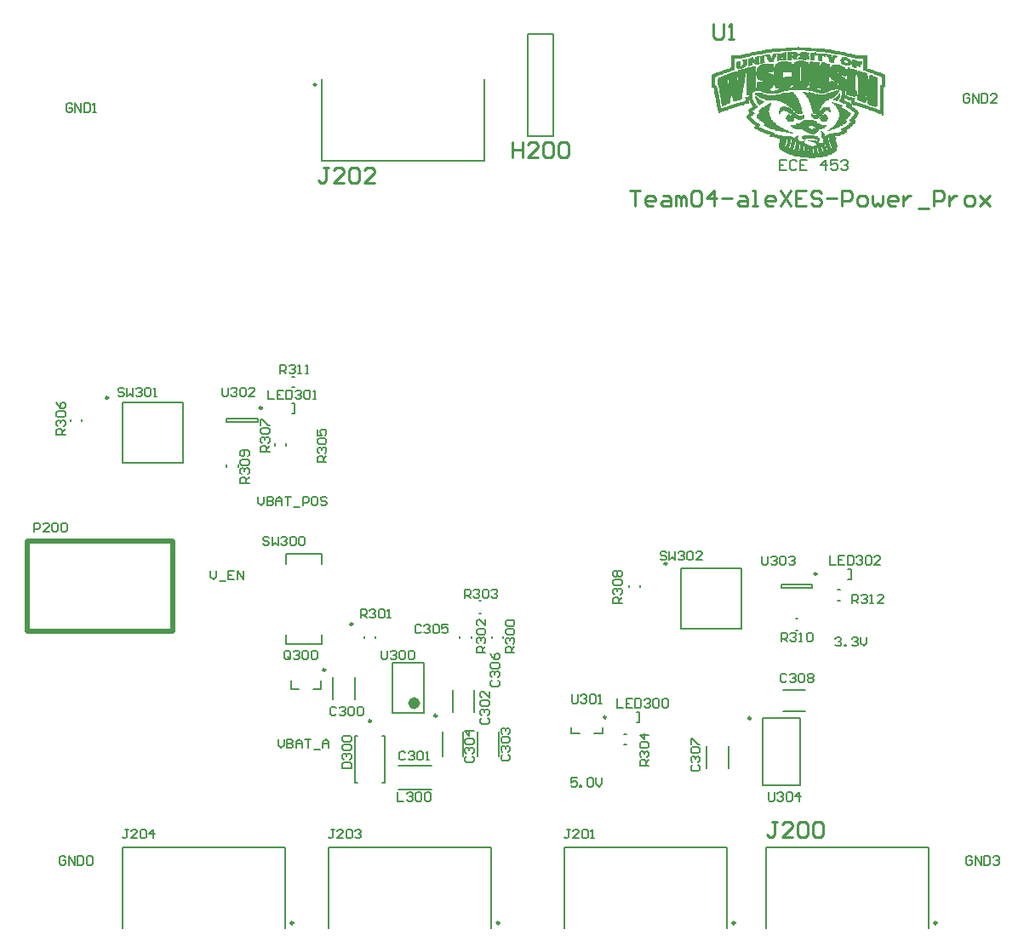
<source format=gto>
G04*
G04 #@! TF.GenerationSoftware,Altium Limited,Altium Designer,23.7.1 (13)*
G04*
G04 Layer_Color=65535*
%FSLAX44Y44*%
%MOMM*%
G71*
G04*
G04 #@! TF.SameCoordinates,0BEFCA26-5C96-4926-A50D-4D7A3FA2ED98*
G04*
G04*
G04 #@! TF.FilePolarity,Positive*
G04*
G01*
G75*
%ADD10C,0.2500*%
%ADD11C,0.6000*%
%ADD12C,0.2000*%
%ADD13C,0.5000*%
%ADD14C,0.0508*%
%ADD15C,0.1778*%
%ADD16C,0.2540*%
%ADD17C,0.1524*%
D10*
X289525Y918210D02*
G03*
X289525Y918210I-1250J0D01*
G01*
X82750Y606500D02*
G03*
X82750Y606500I-1250J0D01*
G01*
X235650Y596200D02*
G03*
X235650Y596200I-1250J0D01*
G01*
X344150Y284700D02*
G03*
X344150Y284700I-1250J0D01*
G01*
X298650Y335600D02*
G03*
X298650Y335600I-1250J0D01*
G01*
X409500Y289950D02*
G03*
X409500Y289950I-1250J0D01*
G01*
X787454Y431100D02*
G03*
X787454Y431100I-1250J0D01*
G01*
X638254Y441400D02*
G03*
X638254Y441400I-1250J0D01*
G01*
X721854Y287500D02*
G03*
X721854Y287500I-1250J0D01*
G01*
X578050Y288400D02*
G03*
X578050Y288400I-1250J0D01*
G01*
X325800Y381238D02*
G03*
X325800Y381238I-1250J0D01*
G01*
X906775Y83820D02*
G03*
X906775Y83820I-1250J0D01*
G01*
X706115D02*
G03*
X706115Y83820I-1250J0D01*
G01*
X471745D02*
G03*
X471745Y83820I-1250J0D01*
G01*
X266695D02*
G03*
X266695Y83820I-1250J0D01*
G01*
D11*
X390000Y302500D02*
G03*
X390000Y302500I-3000J0D01*
G01*
D12*
X500380Y867133D02*
X525780D01*
X500380D02*
Y968734D01*
X525780Y867133D02*
Y968734D01*
X500380D02*
X525780D01*
X456565Y842645D02*
Y923610D01*
X295275Y842645D02*
Y923610D01*
Y842645D02*
X456565D01*
X56550Y583200D02*
Y585200D01*
X45050Y583200D02*
Y585200D01*
X97000Y541500D02*
Y601500D01*
X157000Y541500D02*
Y601500D01*
X97000Y541500D02*
X157000D01*
X97000Y601500D02*
X157000D01*
X231400Y582700D02*
Y585700D01*
X200400Y582700D02*
Y585700D01*
X231400D01*
X200400Y582700D02*
X231400D01*
X265700Y627550D02*
X267700D01*
X265700Y617050D02*
X267700D01*
X265200Y591200D02*
X268200D01*
X265200Y601200D02*
X268200D01*
Y591200D02*
Y601200D01*
X248250Y558800D02*
Y560800D01*
X259750Y558800D02*
Y560800D01*
X200650Y537700D02*
Y539700D01*
X212150Y537700D02*
Y539700D01*
X355150Y269700D02*
X357500D01*
X328300D02*
X330650D01*
X328300Y223700D02*
Y269700D01*
X355150Y223700D02*
X357500D01*
X328300D02*
X330650D01*
X357500D02*
Y269700D01*
X264400Y316850D02*
X272400D01*
X264400D02*
Y324850D01*
X286400Y316850D02*
X294400D01*
Y324850D01*
X328500Y306500D02*
Y328500D01*
X306500Y306500D02*
Y328500D01*
X348650Y367300D02*
Y369300D01*
X337150Y367300D02*
Y369300D01*
X365000Y342500D02*
X397000D01*
X365000Y292500D02*
X397000D01*
X365000D02*
Y342500D01*
X397000Y292500D02*
Y342500D01*
X452028Y404250D02*
X453480D01*
X452028Y391750D02*
X453480D01*
X444504Y367574D02*
Y369026D01*
X432004Y367574D02*
Y369026D01*
X464150Y367300D02*
Y369300D01*
X475650Y367300D02*
Y369300D01*
X447004Y293800D02*
Y315800D01*
X425504Y293800D02*
Y315800D01*
X450047Y249323D02*
Y274323D01*
X471047Y249323D02*
Y274323D01*
X415004Y249323D02*
Y274323D01*
X436004Y249323D02*
Y274323D01*
X371223Y240381D02*
X404285D01*
X371223Y216819D02*
X404285D01*
X818504Y426100D02*
X821504D01*
X818504Y436100D02*
X821504D01*
Y426100D02*
Y436100D01*
X808504Y415350D02*
X810504D01*
X808504Y404850D02*
X810504D01*
X766703Y375250D02*
X768704D01*
X766703Y386750D02*
X768704D01*
X752204Y417600D02*
X783204D01*
X752204Y420600D02*
X783204D01*
X752204Y417600D02*
Y420600D01*
X783204Y417600D02*
Y420600D01*
X652504Y376400D02*
Y436400D01*
X712504Y376400D02*
Y436400D01*
X652504Y376400D02*
X712504D01*
X652504Y436400D02*
X712504D01*
X612054Y418100D02*
Y420100D01*
X600554Y418100D02*
Y420100D01*
X595900Y271950D02*
X597900D01*
X595900Y261450D02*
X597900D01*
X608100Y283400D02*
X611100D01*
X608100Y293400D02*
X611100D01*
Y283400D02*
Y293400D01*
X678104Y237800D02*
Y259800D01*
X699680Y237747D02*
Y259747D01*
X733854Y220500D02*
X770854D01*
X733854Y287500D02*
X770854D01*
Y220500D02*
Y287500D01*
X733854Y220500D02*
Y287500D01*
X574300Y272400D02*
Y278400D01*
X565800Y272400D02*
X574300D01*
X543300D02*
Y278400D01*
Y272400D02*
X551800D01*
X259300Y451000D02*
X295300D01*
Y441000D02*
Y451000D01*
X259300Y441000D02*
Y451000D01*
X295300Y361000D02*
Y371000D01*
X259300Y361000D02*
X295300D01*
X259300D02*
Y371000D01*
X737235Y159385D02*
X898525D01*
Y78420D02*
Y159385D01*
X737235Y78420D02*
Y159385D01*
X536575D02*
X697865D01*
Y78420D02*
Y159385D01*
X536575Y78420D02*
Y159385D01*
X302205D02*
X463495D01*
Y78420D02*
Y159385D01*
X302205Y78420D02*
Y159385D01*
X97155D02*
X258445D01*
Y78420D02*
Y159385D01*
X97155Y78420D02*
Y159385D01*
X754054Y294050D02*
X776054D01*
X754107Y315627D02*
X776107D01*
D13*
X1825Y374142D02*
X146697Y374142D01*
X1825Y374142D02*
X1825Y464058D01*
X146697Y464058D01*
X146697Y374142D02*
X146697Y464058D01*
D14*
X758444Y949198D02*
X768096D01*
X786892Y859282D02*
X796036D01*
X758444Y948690D02*
X768096D01*
X756920Y885190D02*
X764540D01*
X748284Y942086D02*
X749300D01*
X758444Y946150D02*
X767588D01*
X786892Y858266D02*
X795020D01*
X761492Y848614D02*
X799592D01*
X752856Y949706D02*
X756920D01*
X786892Y859790D02*
X796036D01*
X786384Y857758D02*
X795020D01*
X787908Y858774D02*
X795528D01*
X758444Y947674D02*
X761492D01*
X752348Y947166D02*
X756412D01*
X758444D02*
X768096D01*
X747776Y908558D02*
X748792D01*
X755396Y947674D02*
X756920D01*
X757936Y949706D02*
X767588D01*
X758444Y946658D02*
X767588D01*
X764540Y947674D02*
X768096D01*
X765048Y948182D02*
X768096D01*
X755396Y925830D02*
X770128D01*
X749808Y889762D02*
X750316D01*
X758444Y948182D02*
X761492D01*
X754380Y944626D02*
X756920D01*
X754380Y933450D02*
X770128D01*
X754380Y931418D02*
X761492D01*
X758444Y950214D02*
X766572D01*
X754380Y932942D02*
X770128D01*
X758444Y945642D02*
X766064D01*
X751332Y941070D02*
X758444D01*
Y945134D02*
X761492D01*
X762508Y931926D02*
X770128D01*
X762508Y931418D02*
X770128D01*
X754380Y931926D02*
X761492D01*
X762508Y930402D02*
X770128D01*
X762508Y929894D02*
X770128D01*
X754380Y923290D02*
X770128D01*
X758444Y943610D02*
X762508D01*
X758444Y944626D02*
X761492D01*
X754380Y922782D02*
X770128D01*
X754380Y922274D02*
X770128D01*
X754380Y930910D02*
X757428D01*
X762508Y928370D02*
X770128D01*
X762508Y927862D02*
X770128D01*
X760984Y910590D02*
X763016D01*
X754380Y910082D02*
X756412D01*
X754380Y934466D02*
X770128D01*
X754380Y933958D02*
X770128D01*
X754380Y921766D02*
X770636D01*
X764032Y944118D02*
X767588D01*
X762508Y929386D02*
X770128D01*
X762508Y928878D02*
X770128D01*
X752348Y941578D02*
X757428D01*
X753872Y934974D02*
X770128D01*
X758444Y910082D02*
X763524D01*
X752856Y909574D02*
X756412D01*
X762508Y930910D02*
X770128D01*
X763016Y945134D02*
X766572D01*
X762508Y927354D02*
X770128D01*
X762508Y926846D02*
X770128D01*
X755904Y945134D02*
X756920D01*
X754380Y923798D02*
X770128D01*
X751332Y909066D02*
X764540D01*
X758444Y944118D02*
X761492D01*
X757936Y943102D02*
X762000D01*
X755904Y926338D02*
X770128D01*
X755904Y950214D02*
X756920D01*
X764032Y943610D02*
X768096D01*
X754380Y932434D02*
X770128D01*
X757428Y909574D02*
X764032D01*
X763524Y944626D02*
X767080D01*
X765048Y853186D02*
X768096D01*
X751332Y853694D02*
X763524D01*
X765048D02*
X768604D01*
X752348Y853186D02*
X764032D01*
X752856Y852678D02*
X768096D01*
X757936Y882650D02*
X763524D01*
X757936Y883158D02*
X764032D01*
X753364Y852170D02*
X768604D01*
X758444Y882142D02*
X763016D01*
X757428Y883666D02*
X764540D01*
X756920Y884682D02*
X764540D01*
X757428Y884174D02*
X764540D01*
X760476Y870458D02*
X763016D01*
X756412Y870966D02*
X761492D01*
X752856Y871474D02*
X759460D01*
X751332Y871982D02*
X758952D01*
X759460Y881634D02*
X762508D01*
X751332Y901446D02*
X769620D01*
X753364Y900430D02*
X769620D01*
X761492Y856742D02*
X764540D01*
X756412D02*
X759460D01*
X760984Y855218D02*
X763524D01*
X752856Y900938D02*
X769620D01*
X754888Y899922D02*
X770128D01*
X755904Y856234D02*
X759460D01*
X760984Y855726D02*
X764032D01*
X761492Y856234D02*
X764032D01*
X761492Y857250D02*
X764540D01*
X756920Y857758D02*
X759968D01*
X756412Y857250D02*
X759968D01*
X761492Y857758D02*
X764540D01*
X761492Y858266D02*
X764540D01*
X757428D02*
X759968D01*
X762000Y858774D02*
X764540D01*
X757428D02*
X759968D01*
X762000Y859282D02*
X765048D01*
X757428D02*
X759968D01*
X762000Y859790D02*
X765048D01*
X757936D02*
X760476D01*
X762000Y860298D02*
X765048D01*
X757936D02*
X760476D01*
X762508Y860806D02*
X765048D01*
X757936D02*
X760476D01*
X762508Y861314D02*
X765048D01*
X757936D02*
X760476D01*
X762508Y861822D02*
X765048D01*
X757936D02*
X760476D01*
X762508Y862330D02*
X765048D01*
X757936D02*
X760476D01*
X762508Y862838D02*
X768096D01*
X757936D02*
X760476D01*
X762508Y863346D02*
X768096D01*
X758444D02*
X760476D01*
X758444Y863854D02*
X768096D01*
X786892Y908558D02*
X789432D01*
X786892Y909066D02*
X787908D01*
X786892Y914146D02*
X787400D01*
X786384Y872998D02*
X788416D01*
X786384Y873506D02*
X788416D01*
X786384Y874014D02*
X789940D01*
X787908Y862838D02*
X789940D01*
X787908Y863346D02*
X789940D01*
X786892Y863854D02*
X789940D01*
X748284Y913130D02*
X763016D01*
X750316Y913638D02*
X786892D01*
X749808Y914146D02*
X786384D01*
X747776Y914654D02*
X787400D01*
X746760Y915162D02*
X788416D01*
X754380Y920750D02*
X779780D01*
X750824Y862330D02*
X756412D01*
X754380Y921258D02*
X771144D01*
X750316Y861314D02*
X756412D01*
X750316Y892810D02*
X762508D01*
X750824Y861822D02*
X756412D01*
X750316Y893318D02*
X762000D01*
X749808Y860298D02*
X755904D01*
X750824Y894334D02*
X760984D01*
X749808Y859790D02*
X755904D01*
X750824Y863854D02*
X756412D01*
X760984Y895858D02*
X771144D01*
X749808Y857758D02*
X754888D01*
X786892Y951738D02*
X808228D01*
X749808Y858266D02*
X755396D01*
X763016Y937006D02*
X779780D01*
X749808Y891794D02*
X752856D01*
X763016Y937514D02*
X779780D01*
X748284Y946658D02*
X756412D01*
X749808Y892302D02*
X753364D01*
X763016Y938022D02*
X779272D01*
X750824Y864362D02*
X767588D01*
X749300Y872490D02*
X757936D01*
X763524Y938530D02*
X779272D01*
X748284Y946150D02*
X756412D01*
X746760Y872998D02*
X756412D01*
X764032Y939038D02*
X778764D01*
X759968Y896366D02*
X771144D01*
X748284Y943610D02*
X756920D01*
X765048Y939546D02*
X778256D01*
X759460Y896874D02*
X771144D01*
X748284Y944118D02*
X756920D01*
X765048Y940054D02*
X778256D01*
X759460Y897382D02*
X771144D01*
X748284Y944626D02*
X751332D01*
X786892Y910590D02*
X796544D01*
X749300Y901954D02*
X769112D01*
X748284Y945134D02*
X751840D01*
X762508Y915670D02*
X776732D01*
X747776Y902462D02*
X769112D01*
X748284Y945642D02*
X756412D01*
X764540Y916178D02*
X776732D01*
X748284Y865378D02*
X767588D01*
X746760Y912622D02*
X758444D01*
X764032Y916686D02*
X777748D01*
X759968Y849122D02*
X801116D01*
X749808Y890270D02*
X750824D01*
X763524Y917194D02*
X778256D01*
X757936Y850138D02*
X783336D01*
X749808Y890778D02*
X750824D01*
X763524Y917702D02*
X778256D01*
X756412Y850646D02*
X778256D01*
X749808Y891286D02*
X751840D01*
X763016Y918210D02*
X779272D01*
X755904Y851154D02*
X778256D01*
X750316Y855218D02*
X759460D01*
X763016Y918718D02*
X779272D01*
X754888Y851662D02*
X773176D01*
X749808Y855726D02*
X759460D01*
X765048Y885698D02*
X774192D01*
X750316Y860806D02*
X756412D01*
X749808Y857250D02*
X754888D01*
X748284Y948690D02*
X756920D01*
X748284Y948182D02*
X756920D01*
X748284Y947674D02*
X753364D01*
X748284Y947166D02*
X751332D01*
X764540Y886206D02*
X774192D01*
X764032Y886714D02*
X774700D01*
X786892Y888238D02*
X791972D01*
X786892Y888746D02*
X791972D01*
X787908Y889254D02*
X792988D01*
X765048Y891794D02*
X772160D01*
X748792Y940054D02*
X761492D01*
X749808Y859282D02*
X755904D01*
X765048Y892302D02*
X772160D01*
X750824Y854202D02*
X763524D01*
X749808Y856234D02*
X755396D01*
X786384Y875030D02*
X792988D01*
X750824Y908558D02*
X765048D01*
X749808Y908050D02*
X765556D01*
X750824Y893826D02*
X761492D01*
X750824Y854710D02*
X763524D01*
X786384Y874522D02*
X791972D01*
X761492Y895350D02*
X771652D01*
X762508Y894842D02*
X771652D01*
X763016Y894334D02*
X771652D01*
X763524Y893826D02*
X771652D01*
X763524Y893318D02*
X771652D01*
X764540Y892810D02*
X772160D01*
X748284Y939546D02*
X761492D01*
X747268Y939038D02*
X762508D01*
X756920Y954786D02*
X780796D01*
X749808Y858774D02*
X755904D01*
X749300Y954278D02*
X788416D01*
X749808Y856742D02*
X754888D01*
X750824Y864870D02*
X767588D01*
X748284Y943102D02*
X756920D01*
X759460Y849630D02*
X801624D01*
X748284Y942594D02*
X756920D01*
X749808Y940562D02*
X759968D01*
X747776Y949198D02*
X756920D01*
X750824Y863346D02*
X756412D01*
X750824Y862838D02*
X756412D01*
X756920Y885698D02*
X764540D01*
X763524Y887222D02*
X770128D01*
X760984Y886714D02*
X763016D01*
X758444Y888238D02*
X759968D01*
X761492Y887730D02*
X762508D01*
X763016D02*
X768096D01*
X757428Y898906D02*
X770128D01*
X762508Y888238D02*
X767588D01*
X757428Y886206D02*
X759968D01*
X754380Y925322D02*
X770128D01*
X760984Y886206D02*
X763524D01*
X754380Y924814D02*
X770128D01*
X757428Y886714D02*
X759968D01*
X762508Y888746D02*
X767080D01*
X757428Y887222D02*
X759968D01*
X760984D02*
X763016D01*
X758952Y888746D02*
X759968D01*
X755904Y899414D02*
X770128D01*
X757936Y887730D02*
X759968D01*
X761492Y889254D02*
X766064D01*
X760984Y889762D02*
X765556D01*
X754380Y924306D02*
X770128D01*
X757428Y898398D02*
X770636D01*
X752348Y895858D02*
X758444D01*
Y897890D02*
X770636D01*
X753364Y896366D02*
X755904D01*
X751332Y895350D02*
X759460D01*
X751332Y894842D02*
X759968D01*
X755904Y892302D02*
X763016D01*
X757428Y891794D02*
X763016D01*
X758444Y891286D02*
X763524D01*
X759460Y890778D02*
X764540D01*
X760984Y890270D02*
X765048D01*
Y847598D02*
X797052D01*
X763524Y875538D02*
X778256D01*
X763524Y848106D02*
X798068D01*
X761492Y877570D02*
X796544D01*
X763016Y876046D02*
X778256D01*
X764540Y875030D02*
X777748D01*
X762000Y876554D02*
X779272D01*
X762000Y877062D02*
X779780D01*
X739140Y953262D02*
X798576D01*
X743204Y953770D02*
X794512D01*
X736600Y952754D02*
X801116D01*
X731012Y905510D02*
X767080D01*
X746760Y938530D02*
X762508D01*
X746252Y938022D02*
X762508D01*
X745744Y935990D02*
X779780D01*
X745236Y935482D02*
X770128D01*
X745744Y936498D02*
X779780D01*
X746252Y937514D02*
X762508D01*
X733044Y952246D02*
X762000D01*
X745744Y937006D02*
X762508D01*
X690880Y911606D02*
X713232D01*
X745236Y912114D02*
X756412D01*
X729488D02*
X741172D01*
X690880D02*
X713232D01*
X717296Y912622D02*
X739140D01*
X690372D02*
X713232D01*
X717804Y913130D02*
X739648D01*
X690372D02*
X713232D01*
X717804Y913638D02*
X740664D01*
X690372D02*
X713232D01*
X717804Y914146D02*
X740664D01*
X690372D02*
X713740D01*
X717804Y914654D02*
X741680D01*
X690372D02*
X713740D01*
X727456Y915162D02*
X742188D01*
X690372D02*
X713740D01*
X746252Y915670D02*
X759968D01*
X727456D02*
X742696D01*
X690372D02*
X713740D01*
X746252Y916178D02*
X759968D01*
X727456D02*
X743204D01*
X689864D02*
X714248D01*
X727456Y916686D02*
X743204D01*
X689864D02*
X714248D01*
X727456Y917194D02*
X744220D01*
X699008D02*
X714248D01*
X689864D02*
X698500D01*
X727456Y917702D02*
X744220D01*
X689864D02*
X714248D01*
X727456Y918210D02*
X736092D01*
X699008D02*
X714248D01*
X689356D02*
X698500D01*
X745236D02*
X762508D01*
X736600Y918718D02*
X762508D01*
X828548Y913638D02*
X846836D01*
X744220Y866394D02*
X762000D01*
X745744Y865886D02*
X763524D01*
X736600Y903478D02*
X768096D01*
X736600Y919226D02*
X779780D01*
X737108Y919734D02*
X779780D01*
X734060Y904494D02*
X768096D01*
X732028Y905002D02*
X767588D01*
X736600Y920242D02*
X779780D01*
X828548Y910590D02*
X846836D01*
X828548Y911098D02*
X846836D01*
X745744Y917194D02*
X761492D01*
X745236Y917702D02*
X762000D01*
X828548Y909574D02*
X846836D01*
X828548Y910082D02*
X846836D01*
X745744Y916686D02*
X760984D01*
X735584Y903986D02*
X768096D01*
X828548Y911606D02*
X846836D01*
X828548Y912114D02*
X846836D01*
X828548Y912622D02*
X846836D01*
X828548Y913130D02*
X846836D01*
X740156Y902970D02*
X768604D01*
X735584Y880110D02*
X745236D01*
X734568Y880618D02*
X744728D01*
X733552Y881126D02*
X744220D01*
X732536Y881634D02*
X743204D01*
X732028Y882142D02*
X743204D01*
X731012Y882650D02*
X742696D01*
X768604Y955294D02*
X769620D01*
X780288Y862838D02*
X784860D01*
X785368Y864362D02*
X789940D01*
X773176D02*
X776224D01*
X803148Y946658D02*
X807212D01*
X797560D02*
X801116D01*
X794512D02*
X795528D01*
X803148Y947166D02*
X806196D01*
X797052D02*
X801116D01*
X796544Y947674D02*
X801116D01*
X796544Y948182D02*
X801116D01*
X766064Y865886D02*
X768096D01*
X766572Y866394D02*
X768096D01*
X767080Y866902D02*
X768096D01*
Y867410D02*
X768604D01*
Y874014D02*
X769112D01*
X765556Y854202D02*
X769112D01*
X765556Y854710D02*
X769112D01*
X765556Y855218D02*
X769112D01*
X766064Y855726D02*
X769112D01*
X766064Y856234D02*
X769112D01*
X766064Y856742D02*
X769112D01*
X766064Y857250D02*
X769112D01*
X766064Y857758D02*
X769112D01*
X766572Y858266D02*
X769112D01*
X766572Y858774D02*
X769112D01*
X721360Y881634D02*
X725424D01*
X720852Y882142D02*
X724916D01*
X720344Y882650D02*
X724408D01*
X719836Y883158D02*
X723900D01*
X719328Y883666D02*
X723392D01*
X718820Y884174D02*
X722884D01*
X718820Y884682D02*
X722376D01*
X743204Y946658D02*
X746252D01*
X737108D02*
X741172D01*
X731012D02*
X734568D01*
X743204Y947166D02*
X746252D01*
X736600D02*
X740664D01*
X732536D02*
X735584D01*
X743712Y947674D02*
X746760D01*
X736600D02*
X740664D01*
X743712Y948182D02*
X746760D01*
X738124D02*
X740664D01*
X743712Y948690D02*
X747268D01*
X736600Y930402D02*
X739140D01*
X736600Y930910D02*
X743204D01*
X736600Y931418D02*
X743204D01*
X736600Y931926D02*
X744220D01*
X736600Y932434D02*
X744220D01*
X736092Y932942D02*
X744220D01*
X731012Y937514D02*
X744220D01*
X731520Y938022D02*
X744220D01*
X732536Y938530D02*
X743712D01*
X734568Y939038D02*
X742188D01*
X731012Y939546D02*
X732536D01*
X731012Y940054D02*
X734060D01*
X731520Y940562D02*
X735584D01*
X739648Y941070D02*
X741680D01*
X731520D02*
X734568D01*
X739648Y941578D02*
X743712D01*
X731520D02*
X734568D01*
X739648Y942086D02*
X743712D01*
X731520D02*
X734568D01*
X739140Y942594D02*
X744220D01*
X731520D02*
X734568D01*
X739140Y943102D02*
X744220D01*
X731520D02*
X734568D01*
X739140Y943610D02*
X744220D01*
X731520D02*
X734568D01*
X738124Y944118D02*
X744728D01*
X731520D02*
X734568D01*
X738124Y944626D02*
X744728D01*
X731520D02*
X734568D01*
X742696Y945134D02*
X745236D01*
X738124D02*
X741680D01*
X731520D02*
X734568D01*
X742696Y945642D02*
X745744D01*
X737616D02*
X741172D01*
X731520D02*
X734568D01*
X746252Y908050D02*
X749300D01*
X740156Y909574D02*
X746252D01*
X737108Y910082D02*
X748792D01*
X734568Y910590D02*
X750316D01*
X736600Y918210D02*
X744220D01*
X731012Y921258D02*
X735076D01*
X734060Y921766D02*
X735076D01*
X731012Y890778D02*
X739140D01*
X731012Y893318D02*
X739648D01*
X731012Y893826D02*
X739648D01*
X732028Y894334D02*
X739648D01*
X733044Y894842D02*
X739648D01*
X733044Y895350D02*
X739648D01*
X734060Y895858D02*
X739648D01*
X735076Y896366D02*
X740156D01*
X736092Y896874D02*
X740664D01*
X736600Y897382D02*
X740664D01*
X737616Y897890D02*
X740664D01*
X738632Y898398D02*
X741172D01*
X739140Y898906D02*
X741172D01*
X740664Y899414D02*
X741680D01*
X741172Y867918D02*
X749300D01*
X741172Y868426D02*
X747776D01*
X739648Y868934D02*
X744728D01*
X738124Y869442D02*
X744220D01*
X737616Y869950D02*
X744728D01*
X735584Y870458D02*
X744728D01*
X734060Y870966D02*
X742696D01*
X732536Y871474D02*
X740664D01*
X731520Y871982D02*
X739648D01*
X736600Y876554D02*
X749808D01*
X736600Y877062D02*
X749300D01*
X735584Y877570D02*
X748284D01*
X734568Y878078D02*
X747776D01*
X735076Y878586D02*
X746760D01*
X735584Y879094D02*
X746252D01*
X735584Y879602D02*
X745744D01*
X707644Y939546D02*
X710692D01*
X707644Y939038D02*
X710692D01*
X707644Y938530D02*
X710692D01*
X707644Y938022D02*
X710692D01*
X707644Y937514D02*
X710692D01*
X707644Y937006D02*
X710692D01*
X730504D02*
X744220D01*
X707644Y936498D02*
X715772D01*
X729488D02*
X744220D01*
X707644Y935990D02*
X715264D01*
X729488D02*
X744220D01*
X707644Y935482D02*
X714248D01*
X728980D02*
X744220D01*
X708152Y934974D02*
X712724D01*
X728472D02*
X744220D01*
X744728D02*
X752856D01*
X708152Y934466D02*
X712216D01*
X727964D02*
X744220D01*
X744728D02*
X752856D01*
X727964Y933958D02*
X744220D01*
X744728D02*
X752856D01*
X727456Y933450D02*
X744220D01*
X744728D02*
X752856D01*
X710184Y932942D02*
X716788D01*
X727456D02*
X735584D01*
X744728D02*
X752856D01*
X709168Y932434D02*
X716788D01*
X727456D02*
X735076D01*
X744728D02*
X752856D01*
X709168Y931926D02*
X716788D01*
X727456D02*
X735076D01*
X744728D02*
X752856D01*
X708152Y931418D02*
X716788D01*
X726948D02*
X735076D01*
X744728D02*
X752856D01*
X708152Y930910D02*
X716788D01*
X726948D02*
X735584D01*
X744728D02*
X752856D01*
X688848Y930402D02*
X697484D01*
X708152D02*
X716788D01*
X726948D02*
X736092D01*
X744728D02*
X752856D01*
X687324Y929894D02*
X695452D01*
X708152D02*
X716788D01*
X726948D02*
X738124D01*
X744728D02*
X752856D01*
X685800Y929386D02*
X693928D01*
X708152D02*
X716280D01*
X726948D02*
X741172D01*
X744728D02*
X752856D01*
X685292Y928878D02*
X692912D01*
X708152D02*
X716280D01*
X726948D02*
X741680D01*
X744728D02*
X752856D01*
X683768Y928370D02*
X691388D01*
X708152D02*
X716280D01*
X726948D02*
X742696D01*
X744728D02*
X752856D01*
X682752Y927862D02*
X689864D01*
X708152D02*
X715772D01*
X726948D02*
X743712D01*
X744728D02*
X752856D01*
X708152Y927354D02*
X715772D01*
X726948D02*
X744220D01*
X744728D02*
X752856D01*
X708152Y926846D02*
X715772D01*
X727456D02*
X744220D01*
X744728D02*
X752856D01*
X708152Y926338D02*
X715772D01*
X727456D02*
X744220D01*
X744728D02*
X752856D01*
X729488Y951738D02*
X750824D01*
X727964Y951230D02*
X747776D01*
X724916Y950722D02*
X742188D01*
X722884Y950214D02*
X738124D01*
X720852Y949706D02*
X736092D01*
X718820Y949198D02*
X732536D01*
X702564Y947166D02*
X721868D01*
X702564Y946658D02*
X719836D01*
X850392Y905510D02*
X852932D01*
X851916Y925830D02*
X854964D01*
X777748Y905510D02*
X803148D01*
X811784D02*
X821944D01*
X828040D02*
X836168D01*
X766064Y885190D02*
X773684D01*
X790448D02*
X798068D01*
X809244D02*
X817880D01*
X770636Y946150D02*
X779272D01*
X788924D02*
X791972D01*
X818896D02*
X836676D01*
X781304Y925830D02*
X798576D01*
X800608D02*
X813308D01*
X828040D02*
X837692D01*
X703580Y905510D02*
X712216D01*
X728472Y885190D02*
X741172D01*
X702564Y946150D02*
X718820D01*
X708660Y925830D02*
X715264D01*
X828548Y919226D02*
X846836D01*
X828548Y919734D02*
X847344D01*
X828548Y920242D02*
X847344D01*
X727456Y925830D02*
X752856D01*
X828548Y918718D02*
X846836D01*
X828548Y918210D02*
X846836D01*
X828548Y914146D02*
X846836D01*
X828548Y914654D02*
X846836D01*
X828548Y917194D02*
X846836D01*
X828548Y915670D02*
X846836D01*
X828548Y917702D02*
X846836D01*
X828548Y915162D02*
X846836D01*
X828548Y916178D02*
X846836D01*
X828548Y916686D02*
X846836D01*
X707136Y940054D02*
X710692D01*
X707136Y940562D02*
X710692D01*
X708152Y941070D02*
X711200D01*
X709168Y941578D02*
X711200D01*
X702564Y944626D02*
X712216D01*
X702564Y945134D02*
X713232D01*
X702564Y945642D02*
X716280D01*
X703580Y906018D02*
X712216D01*
X703580Y906526D02*
X712724D01*
X703580Y907034D02*
X712724D01*
X727964Y907542D02*
X741680D01*
X703580D02*
X712724D01*
X727456Y908050D02*
X737108D01*
X703072D02*
X712724D01*
X726440Y908558D02*
X735076D01*
X703072D02*
X712724D01*
X726440Y909066D02*
X734060D01*
X703072D02*
X712724D01*
X725932Y909574D02*
X732536D01*
X703072D02*
X712724D01*
X725932Y910082D02*
X730504D01*
X703072D02*
X712724D01*
X703072Y910590D02*
X713232D01*
X734060Y911098D02*
X751332D01*
X703072D02*
X713232D01*
X732028Y911606D02*
X753872D01*
X790448Y892302D02*
X795528D01*
X808736Y892810D02*
X816356D01*
X790956D02*
X796544D01*
X808736Y893318D02*
X814832D01*
X791464D02*
X800100D01*
X808228Y893826D02*
X814832D01*
X808228Y894334D02*
X813308D01*
X807720Y894842D02*
X812800D01*
X807720Y895350D02*
X811784D01*
X830580Y896366D02*
X839724D01*
X806704D02*
X811784D01*
X781812D02*
X791464D01*
X828548Y896874D02*
X838200D01*
X806196D02*
X812292D01*
X781812D02*
X791464D01*
X828040Y897382D02*
X837184D01*
X806196D02*
X812292D01*
X781812D02*
X791464D01*
X825500Y897890D02*
X835660D01*
X781304D02*
X791972D01*
X823468Y898398D02*
X833628D01*
X781304D02*
X792480D01*
X822452Y898906D02*
X833120D01*
X781304D02*
X792988D01*
X781304Y899414D02*
X792988D01*
X780796Y899922D02*
X793496D01*
X811784Y900430D02*
X818896D01*
X780288D02*
X794512D01*
X811276Y900938D02*
X818388D01*
X780288D02*
X794512D01*
X832104Y901446D02*
X836168D01*
X809752D02*
X816864D01*
X780288D02*
X795020D01*
X830072Y901954D02*
X836168D01*
X809752D02*
X815340D01*
X779780D02*
X796036D01*
X829056Y902462D02*
X836168D01*
X810260D02*
X814832D01*
X779780D02*
X796544D01*
X828040Y902970D02*
X836168D01*
X810260D02*
X813308D01*
X779272D02*
X797560D01*
X828040Y903478D02*
X836168D01*
X810768D02*
X813816D01*
X779272D02*
X798576D01*
X828040Y903986D02*
X836168D01*
X810768D02*
X813816D01*
X779272D02*
X799084D01*
X828040Y904494D02*
X836168D01*
X811276D02*
X813816D01*
X778764D02*
X800608D01*
X828040Y905002D02*
X836168D01*
X811276D02*
X824484D01*
X778256D02*
X802132D01*
X800100Y868934D02*
X812800D01*
X802132Y869442D02*
X813816D01*
X803656Y869950D02*
X814324D01*
X807212Y870458D02*
X815340D01*
X809752Y870966D02*
X816356D01*
X811784Y871474D02*
X816864D01*
X791464D02*
X791972D01*
X791464Y871982D02*
X791972D01*
X811784Y873506D02*
X816356D01*
X811784Y874014D02*
X817372D01*
X769620D02*
X777748D01*
X765556Y874522D02*
X777748D01*
X785876Y875538D02*
X794512D01*
X785368Y876046D02*
X795020D01*
X784352Y876554D02*
X796036D01*
X783336Y877062D02*
X796036D01*
X805180Y878078D02*
X812800D01*
X766572D02*
X791464D01*
X805688Y878586D02*
X812800D01*
X766572D02*
X791464D01*
X806196Y879094D02*
X813816D01*
X766572D02*
X789432D01*
X806704Y879602D02*
X814832D01*
X770128D02*
X787908D01*
X806704Y880110D02*
X815340D01*
X771144D02*
X787400D01*
X807212Y880618D02*
X815848D01*
X807720Y881126D02*
X816864D01*
X807720Y881634D02*
X816864D01*
X808228Y882142D02*
X816356D01*
X808228Y882650D02*
X815848D01*
X791464D02*
X797052D01*
X808736Y883158D02*
X815340D01*
X790956D02*
X797052D01*
X808736Y883666D02*
X815848D01*
X790956D02*
X797560D01*
X768604D02*
X771652D01*
X808736Y884174D02*
X816864D01*
X790448D02*
X798068D01*
X767588D02*
X772668D01*
X809244Y884682D02*
X817372D01*
X790448D02*
X798068D01*
X766572D02*
X773176D01*
X770636Y846582D02*
X792988D01*
X767588Y847090D02*
X795528D01*
X784352Y850138D02*
X802640D01*
X789432Y850646D02*
X803656D01*
X789432Y851154D02*
X803656D01*
X789432Y851662D02*
X804672D01*
X789432Y852170D02*
X792480D01*
X769620D02*
X773176D01*
X788924Y852678D02*
X791972D01*
X770128D02*
X773176D01*
X788924Y853186D02*
X791972D01*
X770128D02*
X773176D01*
X788924Y853694D02*
X791972D01*
X770128D02*
X773176D01*
X788416Y854202D02*
X791464D01*
X770636D02*
X773176D01*
X788416Y854710D02*
X791464D01*
X770636D02*
X773684D01*
X788416Y855218D02*
X791464D01*
X770636D02*
X773684D01*
X775208Y855726D02*
X791464D01*
X771144D02*
X773684D01*
X775208Y856234D02*
X791464D01*
X771144D02*
X773684D01*
X775208Y856742D02*
X791972D01*
X771144D02*
X773684D01*
X784352Y857250D02*
X795020D01*
X771144D02*
X773684D01*
X771144Y857758D02*
X779272D01*
X771144Y858266D02*
X778256D01*
X770636Y858774D02*
X776732D01*
X766572Y859282D02*
X775716D01*
X766572Y859790D02*
X775208D01*
X766572Y860298D02*
X774700D01*
X766572Y860806D02*
X774700D01*
X766064Y861314D02*
X774700D01*
X851408Y926338D02*
X854964D01*
X849884Y926846D02*
X854964D01*
X848360Y927354D02*
X854964D01*
X847344Y927862D02*
X854964D01*
X846328Y928370D02*
X853948D01*
X844804Y928878D02*
X852424D01*
X850392Y906018D02*
X852932D01*
X850392Y906526D02*
X852932D01*
X850392Y907034D02*
X852932D01*
X850392Y907542D02*
X852932D01*
X850392Y908050D02*
X852932D01*
X850392Y908558D02*
X852932D01*
X850392Y909066D02*
X852932D01*
X850392Y909574D02*
X852932D01*
X850392Y910082D02*
X852932D01*
X850392Y910590D02*
X852932D01*
X850392Y911098D02*
X852932D01*
X850392Y911606D02*
X852932D01*
X850392Y912114D02*
X852932D01*
X850392Y912622D02*
X852932D01*
X850392Y913130D02*
X852932D01*
X850392Y913638D02*
X852932D01*
X850392Y914146D02*
X852932D01*
X850392Y914654D02*
X852932D01*
X850392Y915162D02*
X852932D01*
X850392Y915670D02*
X853440D01*
X850392Y916178D02*
X853948D01*
X850392Y916686D02*
X854456D01*
X718312Y885190D02*
X721868D01*
X726440Y905510D02*
X727456D01*
X716280D02*
X722884D01*
X743204Y946150D02*
X745744D01*
X737108D02*
X741172D01*
X731012D02*
X734568D01*
X772160Y925830D02*
X780288D01*
X781304Y946150D02*
X784352D01*
Y864870D02*
X789432D01*
X772668D02*
X777748D01*
X784352Y885190D02*
X788416D01*
X803148Y946150D02*
X807212D01*
X798068D02*
X801624D01*
X800100Y864870D02*
X806196D01*
X793496D02*
X798068D01*
X806704Y905510D02*
X809244D01*
X817880Y925830D02*
X825500D01*
X821944Y885190D02*
X825500D01*
X839216Y925830D02*
X845312D01*
X836676Y905510D02*
X846836D01*
X682752Y926338D02*
X686308D01*
X682752Y926846D02*
X687832D01*
X682752Y927354D02*
X689356D01*
X686308Y906018D02*
X689356D01*
X686308Y906526D02*
X689356D01*
X686308Y907034D02*
X689356D01*
X686308Y907542D02*
X689356D01*
X686308Y908050D02*
X689356D01*
X686308Y908558D02*
X689356D01*
X685800Y909066D02*
X688848D01*
X685800Y909574D02*
X688848D01*
X685800Y910082D02*
X688848D01*
X685800Y910590D02*
X688848D01*
X685800Y911098D02*
X688848D01*
X685800Y911606D02*
X688848D01*
X685800Y912114D02*
X688340D01*
X685292Y912622D02*
X688340D01*
X685292Y913130D02*
X688340D01*
X685292Y913638D02*
X687832D01*
X685292Y914146D02*
X687832D01*
X684784Y914654D02*
X687832D01*
X684276Y915162D02*
X687832D01*
X683768Y915670D02*
X687324D01*
X683260Y916178D02*
X687324D01*
X682752Y916686D02*
X686816D01*
X682752Y917194D02*
X686308D01*
X682752Y917702D02*
X685800D01*
X682752Y918210D02*
X685800D01*
X682752Y918718D02*
X685800D01*
X682752Y919226D02*
X685800D01*
X682752Y919734D02*
X685800D01*
X682752Y920242D02*
X685800D01*
X682752Y920750D02*
X685800D01*
X682752Y921258D02*
X685800D01*
X682752Y921766D02*
X685800D01*
X682752Y922274D02*
X685800D01*
X682752Y922782D02*
X685800D01*
X682752Y923290D02*
X685800D01*
X682752Y923798D02*
X685800D01*
X682752Y924306D02*
X685800D01*
X682752Y924814D02*
X685800D01*
X682752Y925322D02*
X685800D01*
X699516Y926338D02*
X707644D01*
X692404D02*
X699008D01*
X699516Y926846D02*
X707644D01*
X693928D02*
X699008D01*
X699516Y927354D02*
X707644D01*
X695452D02*
X699008D01*
X699516Y927862D02*
X707644D01*
X696468D02*
X699008D01*
X699516Y928370D02*
X707644D01*
X697992D02*
X699008D01*
X700024Y928878D02*
X707644D01*
X700024Y929386D02*
X707644D01*
X702056Y929894D02*
X707644D01*
X703072Y930402D02*
X707644D01*
X705104Y930910D02*
X707644D01*
X690372D02*
X699008D01*
X706120Y931418D02*
X707644D01*
X691388D02*
X700024D01*
X692912Y931926D02*
X701548D01*
X694436Y932434D02*
X703072D01*
X695452Y932942D02*
X704088D01*
X696976Y933450D02*
X705104D01*
X698500Y933958D02*
X705104D01*
X700532Y934466D02*
X705104D01*
X701548Y934974D02*
X705104D01*
X702564Y935482D02*
X705104D01*
X702564Y935990D02*
X705104D01*
X702564Y936498D02*
X705104D01*
X702564Y937006D02*
X705104D01*
X702564Y937514D02*
X705104D01*
X702564Y938022D02*
X705104D01*
X702564Y938530D02*
X705104D01*
X702564Y939038D02*
X705104D01*
X702564Y939546D02*
X705104D01*
X702564Y940054D02*
X705104D01*
X702564Y940562D02*
X705104D01*
X702564Y941070D02*
X705104D01*
X702564Y941578D02*
X705104D01*
X702564Y942086D02*
X705104D01*
X702564Y942594D02*
X705104D01*
X702564Y943102D02*
X705104D01*
X702564Y943610D02*
X705104D01*
X702564Y944118D02*
X705104D01*
X691388Y906018D02*
X701548D01*
X691388Y906526D02*
X701548D01*
X691388Y907034D02*
X702056D01*
X691388Y907542D02*
X702056D01*
X691388Y908050D02*
X702056D01*
X691388Y908558D02*
X702056D01*
X691388Y909066D02*
X702056D01*
X690880Y909574D02*
X702056D01*
X690880Y910082D02*
X702056D01*
X690880Y910590D02*
X702056D01*
X690880Y911098D02*
X702564D01*
X699516Y919734D02*
X708152D01*
X699516Y920242D02*
X708152D01*
X699516Y920750D02*
X708152D01*
X699516Y921258D02*
X708152D01*
X699516Y921766D02*
X708152D01*
X699516Y922274D02*
X707644D01*
X699516Y922782D02*
X707644D01*
X699516Y923290D02*
X707644D01*
X699516Y923798D02*
X707644D01*
X699516Y924306D02*
X707644D01*
X699516Y924814D02*
X707644D01*
X699516Y925322D02*
X707644D01*
X690372D02*
X699008D01*
X692404Y894334D02*
X700532D01*
X693928Y894842D02*
X702564D01*
X694436Y895350D02*
X703072D01*
X695960Y895858D02*
X705104D01*
X697992Y896366D02*
X707136D01*
X699516Y896874D02*
X709168D01*
X700532Y897382D02*
X709676D01*
X692912D02*
X693928D01*
X692912Y897890D02*
X694944D01*
X692912Y898398D02*
X696468D01*
X692912Y898906D02*
X697484D01*
X692912Y899414D02*
X699008D01*
X692404Y899922D02*
X700024D01*
X692404Y900430D02*
X700532D01*
X692404Y900938D02*
X700532D01*
X692404Y901446D02*
X700532D01*
X704088Y901954D02*
X706120D01*
X692404D02*
X701040D01*
X704088Y902462D02*
X707644D01*
X692404D02*
X701040D01*
X704088Y902970D02*
X709168D01*
X692404D02*
X701040D01*
X691896Y903478D02*
X701040D01*
X691896Y903986D02*
X701040D01*
X691896Y904494D02*
X701040D01*
X691896Y905002D02*
X701040D01*
X712216Y947674D02*
X724408D01*
X713232Y948182D02*
X725932D01*
X715772Y948690D02*
X729488D01*
X717804Y926338D02*
X725932D01*
X717804Y926846D02*
X725932D01*
X717804Y927354D02*
X725932D01*
X717804Y927862D02*
X725932D01*
X717804Y928370D02*
X725932D01*
X717804Y928878D02*
X725932D01*
X717296Y929386D02*
X725932D01*
X717296Y929894D02*
X725932D01*
X717296Y930402D02*
X725932D01*
X717296Y930910D02*
X725932D01*
X717296Y931418D02*
X725932D01*
X717296Y931926D02*
X726440D01*
X717296Y932434D02*
X726440D01*
X717296Y932942D02*
X726440D01*
X717296Y933450D02*
X726440D01*
X712216D02*
X716788D01*
X714248Y933958D02*
X726440D01*
X718312Y934466D02*
X726440D01*
X715772D02*
X717296D01*
X718312Y934974D02*
X726440D01*
X719836Y935482D02*
X726440D01*
X722376Y935990D02*
X726440D01*
X723900Y936498D02*
X726440D01*
X719328Y937006D02*
X720344D01*
X712216D02*
X716280D01*
X719328Y937514D02*
X722884D01*
X713232D02*
X716788D01*
X719328Y938022D02*
X722884D01*
X713740D02*
X717296D01*
X725932Y938530D02*
X726440D01*
X719328D02*
X722376D01*
X714248D02*
X717296D01*
X725932Y939038D02*
X729488D01*
X719328D02*
X722376D01*
X714248D02*
X717296D01*
X724916Y939546D02*
X729996D01*
X719328D02*
X722376D01*
X714248D02*
X717296D01*
X724916Y940054D02*
X729488D01*
X719328D02*
X722376D01*
X714248D02*
X717296D01*
X723900Y940562D02*
X729488D01*
X719328D02*
X722376D01*
X714248D02*
X717296D01*
X722884Y941070D02*
X729488D01*
X719328D02*
X722376D01*
X714248D02*
X717296D01*
X719328Y941578D02*
X729488D01*
X714248D02*
X717296D01*
X719328Y942086D02*
X729488D01*
X713232D02*
X717296D01*
X726440Y942594D02*
X729488D01*
X719328D02*
X725932D01*
X713740D02*
X717296D01*
X726440Y943102D02*
X729488D01*
X719328D02*
X725932D01*
X714756D02*
X717804D01*
X726440Y943610D02*
X729488D01*
X719328D02*
X724408D01*
X717296D02*
X717804D01*
X726440Y944118D02*
X729488D01*
X719328D02*
X723900D01*
X726440Y944626D02*
X729488D01*
X721360D02*
X723900D01*
X726440Y945134D02*
X729488D01*
X722884D02*
X723900D01*
X725932Y945642D02*
X729488D01*
X726440Y906018D02*
X727456D01*
X716788D02*
X722884D01*
X726440Y906526D02*
X726948D01*
X719328D02*
X722884D01*
X719836Y907034D02*
X722376D01*
X719836Y907542D02*
X722376D01*
X719836Y908050D02*
X722376D01*
X717296D02*
X717804D01*
X717296Y908558D02*
X722884D01*
X717296Y909066D02*
X722884D01*
X717296Y909574D02*
X722884D01*
X717296Y910082D02*
X722884D01*
X717296Y910590D02*
X723900D01*
X717296Y911098D02*
X723900D01*
X717296Y911606D02*
X724916D01*
X717296Y912114D02*
X727456D01*
X717804Y915162D02*
X726440D01*
X717804Y915670D02*
X726440D01*
X717804Y916178D02*
X726440D01*
X717804Y916686D02*
X725932D01*
X717804Y917194D02*
X725932D01*
X717804Y917702D02*
X725932D01*
X717804Y918210D02*
X725932D01*
X717804Y918718D02*
X725932D01*
X717804Y919226D02*
X725932D01*
X717804Y919734D02*
X725932D01*
X717804Y920242D02*
X725932D01*
X717804Y920750D02*
X725932D01*
X717804Y921258D02*
X725932D01*
X717804Y921766D02*
X725932D01*
X717804Y922274D02*
X725932D01*
X717804Y922782D02*
X725932D01*
X717804Y923290D02*
X725932D01*
X717804Y923798D02*
X725932D01*
X717804Y924306D02*
X725932D01*
X717804Y924814D02*
X725932D01*
X717804Y925322D02*
X725932D01*
X717804Y885698D02*
X721360D01*
X717296Y886206D02*
X720852D01*
X717296Y886714D02*
X721360D01*
X717804Y887222D02*
X721868D01*
X718312Y887730D02*
X722884D01*
X718820Y888238D02*
X723392D01*
X719328Y888746D02*
X723900D01*
X719836Y889254D02*
X724916D01*
X720852Y889762D02*
X724916D01*
X720852Y890270D02*
X724408D01*
X720344Y890778D02*
X723900D01*
X719836Y891286D02*
X723392D01*
X719328Y891794D02*
X722884D01*
X719328Y892302D02*
X722884D01*
X719328Y892810D02*
X723900D01*
X719836Y893318D02*
X724408D01*
X720344Y893826D02*
X724916D01*
X720852Y894334D02*
X725424D01*
X721360Y894842D02*
X725932D01*
X722376Y895350D02*
X726440D01*
X722884Y895858D02*
X727456D01*
X723392Y896366D02*
X727456D01*
X723900Y896874D02*
X727456D01*
X723900Y897382D02*
X726948D01*
X722884Y897890D02*
X726440D01*
X722884Y898398D02*
X725932D01*
X722376Y898906D02*
X725932D01*
X722376Y899414D02*
X725424D01*
X721868Y899922D02*
X724916D01*
X721360Y900430D02*
X724408D01*
X711200D02*
X719328D01*
X721360Y900938D02*
X724408D01*
X712216D02*
X719328D01*
X720852Y901446D02*
X724408D01*
X714248D02*
X719328D01*
X720852Y901954D02*
X723900D01*
X716280D02*
X719328D01*
X720852Y902462D02*
X723900D01*
X716788D02*
X719328D01*
X720852Y902970D02*
X723900D01*
X716788D02*
X719328D01*
X726948Y903478D02*
X729996D01*
X720344D02*
X723392D01*
X716788D02*
X719328D01*
X726948Y903986D02*
X729488D01*
X716788D02*
X722884D01*
X726440Y904494D02*
X728980D01*
X716788D02*
X722884D01*
X726440Y905002D02*
X727964D01*
X716788D02*
X722884D01*
X724916Y876046D02*
X729488D01*
X725932Y876554D02*
X729488D01*
X725932Y877062D02*
X729488D01*
X726440Y877570D02*
X729996D01*
X725424Y878586D02*
X729996D01*
X724408Y879094D02*
X729488D01*
X723900Y879602D02*
X728472D01*
X723392Y880110D02*
X727964D01*
X722376Y880618D02*
X727456D01*
X721868Y881126D02*
X726440D01*
X727456Y918718D02*
X735584D01*
X699008D02*
X714248D01*
X688848D02*
X698500D01*
X727456Y919226D02*
X735584D01*
X699008D02*
X714248D01*
X688848D02*
X698500D01*
X727456Y919734D02*
X735584D01*
X708660D02*
X714248D01*
X688848D02*
X698500D01*
X728472Y920242D02*
X735076D01*
X708660D02*
X714756D01*
X688848D02*
X698500D01*
X736600Y920750D02*
X752856D01*
X728980D02*
X735076D01*
X708660D02*
X714756D01*
X688848D02*
X698500D01*
X736600Y921258D02*
X752856D01*
X708660D02*
X714756D01*
X688848D02*
X697992D01*
X736092Y921766D02*
X752856D01*
X708660D02*
X714756D01*
X688848D02*
X697992D01*
X733044Y922274D02*
X752856D01*
X708660D02*
X714756D01*
X688848D02*
X697992D01*
X731520Y922782D02*
X752856D01*
X708660D02*
X714756D01*
X688848D02*
X697992D01*
X729996Y923290D02*
X752856D01*
X709168D02*
X714756D01*
X688848D02*
X698500D01*
X728980Y923798D02*
X752856D01*
X709168D02*
X714756D01*
X688848D02*
X699008D01*
X728980Y924306D02*
X752856D01*
X709168D02*
X714756D01*
X689356D02*
X699008D01*
X727964Y924814D02*
X752856D01*
X709168D02*
X715264D01*
X689356D02*
X699008D01*
X727456Y925322D02*
X752856D01*
X709168D02*
X715264D01*
X727964Y885698D02*
X740664D01*
X727456Y886206D02*
X740664D01*
X727456Y886714D02*
X740156D01*
X727964Y887222D02*
X740156D01*
X727964Y887730D02*
X739648D01*
X728980Y888238D02*
X739648D01*
X728980Y888746D02*
X739648D01*
X729488Y889254D02*
X739648D01*
X729996Y889762D02*
X739648D01*
X730504Y890270D02*
X739648D01*
X689356Y890778D02*
X690880D01*
X730504Y891286D02*
X739140D01*
X689356D02*
X692404D01*
X729488Y891794D02*
X739140D01*
X689356D02*
X693928D01*
X729488Y892302D02*
X739140D01*
X689356D02*
X694944D01*
X766064Y861822D02*
X769620D01*
X765556Y862330D02*
X769112D01*
X781304Y946658D02*
X784352D01*
X785876Y947166D02*
X786384D01*
X781304D02*
X784352D01*
X781304Y947674D02*
X784352D01*
X777748D02*
X778256D01*
X781304Y948182D02*
X784352D01*
X777240D02*
X778256D01*
X781304Y948690D02*
X784352D01*
X781304Y949198D02*
X784860D01*
X785368Y949706D02*
X786384D01*
X780796D02*
X784860D01*
X778764D02*
X779272D01*
X785368Y950214D02*
X786384D01*
X771652D02*
X777240D01*
X772160Y926338D02*
X780288D01*
X772160Y926846D02*
X780288D01*
X772160Y927354D02*
X780288D01*
X772160Y927862D02*
X780288D01*
X772160Y928370D02*
X780288D01*
X772160Y928878D02*
X780288D01*
X772160Y929386D02*
X780288D01*
X772160Y929894D02*
X780288D01*
X772160Y930402D02*
X780288D01*
X772160Y930910D02*
X780288D01*
X772160Y931418D02*
X780288D01*
X772160Y931926D02*
X780288D01*
X772160Y932434D02*
X780288D01*
X772160Y932942D02*
X780288D01*
X772160Y933450D02*
X780288D01*
X772160Y933958D02*
X780288D01*
X781304Y934466D02*
X790956D01*
X771652D02*
X780288D01*
X781304Y934974D02*
X790956D01*
X771652D02*
X780288D01*
X780796Y935482D02*
X790956D01*
X771652D02*
X780288D01*
Y935990D02*
X790956D01*
X780288Y936498D02*
X790448D01*
X780288Y937006D02*
X790448D01*
X780288Y937514D02*
X789940D01*
X780288Y938022D02*
X789940D01*
X780288Y938530D02*
X789940D01*
X780288Y939038D02*
X789432D01*
X780288Y939546D02*
X789432D01*
X780288Y940054D02*
X789432D01*
X781304Y940562D02*
X788924D01*
X781304Y941070D02*
X782828D01*
Y942594D02*
X784860D01*
X781304D02*
X782320D01*
X780796Y943102D02*
X784860D01*
X773684D02*
X775716D01*
X781304Y943610D02*
X784352D01*
X781304Y944118D02*
X784352D01*
X781304Y944626D02*
X784352D01*
X781304Y945134D02*
X784352D01*
X781304Y945642D02*
X784352D01*
X775208D02*
X779780D01*
X775716Y908558D02*
X785876D01*
X775208Y909066D02*
X785368D01*
X775208Y909574D02*
X783844D01*
X779780Y910082D02*
X782320D01*
X774700D02*
X778256D01*
X779780Y910590D02*
X780288D01*
X774192D02*
X776224D01*
X773684Y911098D02*
X774700D01*
X775208Y913130D02*
X789432D01*
X780288Y915670D02*
X788416D01*
X780288Y916178D02*
X788416D01*
X780288Y916686D02*
X788416D01*
X780288Y917194D02*
X788416D01*
X780288Y917702D02*
X788416D01*
X780288Y918210D02*
X788416D01*
X780288Y918718D02*
X788416D01*
X780288Y919226D02*
X788416D01*
X780796Y919734D02*
X787908D01*
X781304Y920242D02*
X787908D01*
X781304Y920750D02*
X787908D01*
X781304Y921258D02*
X787908D01*
X771652D02*
X780288D01*
X772160Y921766D02*
X780288D01*
X772160Y922274D02*
X780288D01*
X772160Y922782D02*
X780288D01*
X772160Y923290D02*
X780288D01*
X772160Y923798D02*
X780288D01*
X772160Y924306D02*
X780288D01*
X772160Y924814D02*
X780288D01*
X772160Y925322D02*
X780288D01*
X783336Y885698D02*
X789432D01*
X782828Y886206D02*
X789940D01*
X782320Y886714D02*
X790956D01*
X782320Y887222D02*
X790956D01*
X772160D02*
X774700D01*
X773684Y887730D02*
X774700D01*
X781812Y888238D02*
X783336D01*
X774192D02*
X774700D01*
X781812Y888746D02*
X782828D01*
X783844Y889254D02*
X785368D01*
X781812D02*
X782320D01*
X783336Y889762D02*
X786892D01*
X783336Y890270D02*
X786892D01*
X783336Y890778D02*
X787908D01*
X783336Y891286D02*
X788416D01*
X783336Y891794D02*
X788416D01*
X782828Y892302D02*
X788924D01*
X782828Y892810D02*
X789432D01*
X782828Y893318D02*
X789940D01*
X782828Y893826D02*
X789940D01*
X782828Y894334D02*
X789940D01*
X782320Y894842D02*
X790448D01*
X782320Y895350D02*
X790956D01*
X782320Y895858D02*
X790956D01*
X772668Y865378D02*
X788924D01*
X772668Y865886D02*
X787908D01*
X772668Y866394D02*
X787908D01*
X773176Y866902D02*
X786384D01*
X774192Y867410D02*
X784860D01*
X776732Y867918D02*
X781812D01*
Y869442D02*
X784860D01*
X780288Y869950D02*
X785368D01*
X779272Y870458D02*
X786384D01*
X777748Y870966D02*
X786892D01*
X776732Y871474D02*
X787400D01*
X776224Y871982D02*
X787908D01*
X775208Y872490D02*
X787908D01*
X774700Y872998D02*
X785368D01*
X773684Y873506D02*
X785368D01*
X783844Y874014D02*
X785368D01*
X778764D02*
X780796D01*
X784352Y874522D02*
X784860D01*
X779272D02*
X780288D01*
X784352Y875030D02*
X784860D01*
X779272D02*
X779780D01*
X772160Y880618D02*
X787400D01*
X771652Y881126D02*
X786892D01*
X773176Y881634D02*
X786384D01*
X773176Y882142D02*
X785368D01*
X774700Y882650D02*
X783844D01*
X776732Y883158D02*
X780796D01*
X784352Y884682D02*
X787908D01*
X779272Y845566D02*
X785368D01*
X775208Y846074D02*
X788416D01*
X784860Y850646D02*
X787908D01*
X779272D02*
X782828D01*
X784860Y851154D02*
X787908D01*
X779780D02*
X782828D01*
X784352Y851662D02*
X787908D01*
X779780D02*
X782828D01*
X774700D02*
X777748D01*
X784352Y852170D02*
X787400D01*
X779780D02*
X782828D01*
X774700D02*
X778256D01*
X784352Y852678D02*
X787400D01*
X779780D02*
X782828D01*
X774700D02*
X778256D01*
X784352Y853186D02*
X787400D01*
X779780D02*
X782828D01*
X775208D02*
X777748D01*
X784352Y853694D02*
X786892D01*
X779780D02*
X782828D01*
X775208D02*
X778256D01*
X784352Y854202D02*
X786892D01*
X779780D02*
X782828D01*
X775208D02*
X778256D01*
X779780Y854710D02*
X786892D01*
X775208D02*
X778256D01*
X775208Y855218D02*
X787400D01*
X774700Y857250D02*
X781304D01*
X785876Y860298D02*
X789940D01*
X784860Y860806D02*
X788924D01*
X784352Y861314D02*
X788416D01*
X781812Y861822D02*
X787400D01*
X773176D02*
X774700D01*
X778764Y862330D02*
X786384D01*
X774700D02*
X775208D01*
X729996Y892810D02*
X739140D01*
X689356D02*
X696468D01*
X688848Y893318D02*
X697992D01*
X688848Y893826D02*
X699008D01*
X688848Y894334D02*
X691896D01*
X688848Y894842D02*
X691388D01*
X688848Y895350D02*
X691388D01*
X688848Y895858D02*
X691388D01*
X688340Y896366D02*
X691388D01*
X688340Y896874D02*
X691388D01*
X688340Y897382D02*
X691388D01*
X702056Y897890D02*
X712216D01*
X688340D02*
X690880D01*
X729996Y898398D02*
X730504D01*
X704088D02*
X714248D01*
X687832D02*
X690880D01*
X729488Y898906D02*
X731012D01*
X705104D02*
X715264D01*
X687832D02*
X690880D01*
X728980Y899414D02*
X731520D01*
X707136D02*
X717804D01*
X687832D02*
X690880D01*
X728980Y899922D02*
X732536D01*
X709168D02*
X719328D01*
X687832D02*
X690880D01*
X728472Y900430D02*
X733044D01*
X687832D02*
X690372D01*
X727964Y900938D02*
X734060D01*
X687324D02*
X690372D01*
X727964Y901446D02*
X734568D01*
X687324D02*
X690372D01*
X727456Y901954D02*
X733044D01*
X687324D02*
X690372D01*
X727456Y902462D02*
X732536D01*
X687324D02*
X690372D01*
X727456Y902970D02*
X731012D01*
X687324D02*
X690372D01*
X704088Y903478D02*
X711200D01*
X687324D02*
X690372D01*
X704088Y903986D02*
X711708D01*
X686816D02*
X689864D01*
X704088Y904494D02*
X711708D01*
X686816D02*
X689864D01*
X704088Y905002D02*
X712216D01*
X686816D02*
X689864D01*
X740664Y866902D02*
X757428D01*
X740664Y867410D02*
X752348D01*
X730504Y872490D02*
X738124D01*
X729488Y872998D02*
X736600D01*
X745744Y873506D02*
X755904D01*
X728980D02*
X735584D01*
X743712Y874014D02*
X754380D01*
X727964D02*
X734060D01*
X741680Y874522D02*
X753364D01*
X726440D02*
X733044D01*
X741172Y875030D02*
X752856D01*
X726440D02*
X732028D01*
X739648Y875538D02*
X751332D01*
X725424D02*
X731012D01*
X738124Y876046D02*
X750824D01*
X725932Y878078D02*
X730504D01*
Y883158D02*
X742188D01*
X729996Y883666D02*
X741680D01*
X729488Y884174D02*
X741680D01*
X728980Y884682D02*
X741172D01*
X817880Y946658D02*
X836676D01*
X788924D02*
X791972D01*
X770636D02*
X779272D01*
X815340Y947166D02*
X836676D01*
X788924D02*
X795528D01*
X770128D02*
X778764D01*
X785368Y947674D02*
X795528D01*
X769620D02*
X776732D01*
X811784Y948182D02*
X824484D01*
X785368D02*
X795528D01*
X769620D02*
X774192D01*
X808228Y948690D02*
X821944D01*
X785368D02*
X795528D01*
X769620D02*
X779272D01*
X805180Y949198D02*
X818896D01*
X785368D02*
X791972D01*
X770128D02*
X779272D01*
X801624Y949706D02*
X816864D01*
X771144D02*
X778256D01*
X799592Y950214D02*
X814832D01*
X795528Y950722D02*
X812800D01*
X789940Y951230D02*
X809752D01*
X775716Y952246D02*
X804672D01*
X828040Y926338D02*
X837692D01*
X800100D02*
X812800D01*
X781304D02*
X798576D01*
X828548Y921258D02*
X839216D01*
X806704D02*
X816864D01*
X788416D02*
X798576D01*
X828548Y921766D02*
X838708D01*
X805180D02*
X816864D01*
X781304D02*
X798576D01*
X828548Y922274D02*
X838708D01*
X804164D02*
X816864D01*
X781304D02*
X798576D01*
X828548Y922782D02*
X838708D01*
X803656D02*
X816356D01*
X781304D02*
X798576D01*
X828548Y923290D02*
X838708D01*
X803148D02*
X816356D01*
X781304D02*
X798576D01*
X828548Y923798D02*
X838200D01*
X802132D02*
X815848D01*
X781304D02*
X798576D01*
X828548Y924306D02*
X838200D01*
X801624D02*
X815340D01*
X781304D02*
X798576D01*
X828548Y924814D02*
X838200D01*
X801624D02*
X814832D01*
X781304D02*
X798576D01*
X828548Y925322D02*
X838200D01*
X801116D02*
X813816D01*
X781304D02*
X798576D01*
X809244Y885698D02*
X817880D01*
X790448D02*
X798068D01*
X809752Y886206D02*
X818388D01*
X790956D02*
X794004D01*
X809752Y886714D02*
X818896D01*
X791464D02*
X794004D01*
X809752Y887222D02*
X819404D01*
X791464D02*
X793496D01*
X809752Y887730D02*
X819912D01*
X781812D02*
X791464D01*
X809752Y888238D02*
X819912D01*
X809752Y888746D02*
X820420D01*
X809752Y889254D02*
X820928D01*
X768096D02*
X772668D01*
X809752Y889762D02*
X820420D01*
X788416D02*
X793496D01*
X767588D02*
X772668D01*
X809752Y890270D02*
X819912D01*
X788416D02*
X793496D01*
X766572D02*
X772668D01*
X809752Y890778D02*
X818896D01*
X789432D02*
X794004D01*
X766064D02*
X772668D01*
X809244Y891286D02*
X818388D01*
X789940D02*
X794512D01*
X766064D02*
X772668D01*
X809244Y891794D02*
X817880D01*
X789940D02*
X795020D01*
X808736Y892302D02*
X816864D01*
X828040Y926846D02*
X837692D01*
X800100D02*
X811784D01*
X781304D02*
X798576D01*
X828040Y927354D02*
X837184D01*
X811784D02*
X815848D01*
X781304D02*
X798576D01*
X828040Y927862D02*
X837184D01*
X799592D02*
X816864D01*
X781304D02*
X798576D01*
X828040Y928370D02*
X837184D01*
X799592D02*
X816864D01*
X781304D02*
X798576D01*
X828040Y928878D02*
X836676D01*
X809244D02*
X816864D01*
X781304D02*
X798576D01*
X828040Y929386D02*
X836676D01*
X809244D02*
X816864D01*
X781304D02*
X798576D01*
X828040Y929894D02*
X835660D01*
X809244D02*
X826516D01*
X781304D02*
X798576D01*
X828040Y930402D02*
X834136D01*
X808736D02*
X826516D01*
X781304D02*
X798576D01*
X828040Y930910D02*
X832104D01*
X808736D02*
X826516D01*
X781304D02*
X798576D01*
X808228Y931418D02*
X826516D01*
X781304D02*
X798576D01*
X799592Y931926D02*
X826516D01*
X781304D02*
X798576D01*
X799592Y932434D02*
X826516D01*
X781304D02*
X791464D01*
X799592Y932942D02*
X826516D01*
X781304D02*
X791464D01*
X799592Y933450D02*
X824484D01*
X781304D02*
X791464D01*
X799592Y933958D02*
X816356D01*
X781304D02*
X791464D01*
X800100Y934466D02*
X815340D01*
X791464D02*
X799592D01*
X800100Y934974D02*
X814832D01*
X791464D02*
X799592D01*
X800100Y935482D02*
X814324D01*
X791464D02*
X799592D01*
X801116Y935990D02*
X813308D01*
X791464D02*
X799592D01*
X801116Y936498D02*
X812800D01*
X791464D02*
X799592D01*
X802132Y937006D02*
X811784D01*
X791464D02*
X799592D01*
X791464Y937514D02*
X799592D01*
X791464Y938022D02*
X799592D01*
X791464Y938530D02*
X799592D01*
X791464Y939038D02*
X799592D01*
X811784Y939546D02*
X816356D01*
X811784Y940054D02*
X815340D01*
X811276Y940562D02*
X814832D01*
X766064D02*
X777240D01*
X811276Y941070D02*
X813816D01*
X767080D02*
X776224D01*
X811276Y941578D02*
X813816D01*
X767588D02*
X775716D01*
X810768Y942086D02*
X813816D01*
X789432D02*
X792480D01*
X769620D02*
X773684D01*
X810768Y942594D02*
X814324D01*
X788416D02*
X791972D01*
X810768Y943102D02*
X820420D01*
X788416D02*
X791972D01*
X811276Y943610D02*
X819404D01*
X788924D02*
X791972D01*
X769112D02*
X778256D01*
X811276Y944118D02*
X818388D01*
X788924D02*
X791972D01*
X769620D02*
X779272D01*
X825500Y944626D02*
X836676D01*
X788924D02*
X791972D01*
X769620D02*
X779780D01*
X824484Y945134D02*
X836676D01*
X788924D02*
X791972D01*
X769620D02*
X779780D01*
X821436Y945642D02*
X836676D01*
X788924D02*
X791972D01*
X770128D02*
X771652D01*
X828040Y906018D02*
X836168D01*
X811784D02*
X820928D01*
X777748D02*
X803656D01*
X828040Y906526D02*
X835660D01*
X811784D02*
X818388D01*
X777240D02*
X804672D01*
X828040Y907034D02*
X835660D01*
X811784D02*
X816356D01*
X776732D02*
X805180D01*
X828040Y907542D02*
X835660D01*
X776732D02*
X805688D01*
X828040Y908050D02*
X835152D01*
X776224D02*
X806196D01*
X828548Y908558D02*
X835152D01*
X828548Y909066D02*
X835152D01*
X789940Y910082D02*
X794512D01*
X785876Y911098D02*
X797052D01*
X783844Y911606D02*
X798576D01*
X811784Y912114D02*
X815340D01*
X781304D02*
X799592D01*
X811784Y912622D02*
X815848D01*
X779780D02*
X800608D01*
X811276Y913130D02*
X816356D01*
X808736Y913638D02*
X816864D01*
X790956D02*
X805180D01*
X790956Y914146D02*
X816864D01*
X790448Y914654D02*
X816864D01*
X799592Y915162D02*
X816864D01*
X789940D02*
X798576D01*
X799592Y915670D02*
X817372D01*
X789940D02*
X798576D01*
X799592Y916178D02*
X817372D01*
X789940D02*
X798576D01*
X809244Y916686D02*
X817372D01*
X789940D02*
X798576D01*
X809244Y917194D02*
X817372D01*
X789432D02*
X798576D01*
X809244Y917702D02*
X817372D01*
X789432D02*
X798576D01*
X809244Y918210D02*
X817372D01*
X789432D02*
X798576D01*
X809244Y918718D02*
X817372D01*
X788924D02*
X798576D01*
X808736Y919226D02*
X817372D01*
X788924D02*
X798576D01*
X808736Y919734D02*
X817372D01*
X788416D02*
X798576D01*
X808228Y920242D02*
X816864D01*
X788416D02*
X798576D01*
X828548Y920750D02*
X839216D01*
X799592D02*
X816864D01*
X788416D02*
X798576D01*
X850392Y917194D02*
X854964D01*
X851408Y917702D02*
X854964D01*
X851916Y918210D02*
X854964D01*
X851916Y918718D02*
X854964D01*
X851916Y919226D02*
X854964D01*
X851916Y919734D02*
X854964D01*
X851916Y920242D02*
X854964D01*
X851916Y920750D02*
X854964D01*
X851916Y921258D02*
X854964D01*
X851916Y921766D02*
X854964D01*
X851916Y922274D02*
X854964D01*
X851916Y922782D02*
X854964D01*
X851916Y923290D02*
X854964D01*
X851916Y923798D02*
X854964D01*
X851916Y924306D02*
X854964D01*
X851916Y924814D02*
X854964D01*
X851916Y925322D02*
X854964D01*
X852424Y888238D02*
X852932D01*
X851916Y888746D02*
X852932D01*
X850392Y889254D02*
X852932D01*
X848868Y889762D02*
X852932D01*
X848360Y890270D02*
X852932D01*
X846836Y890778D02*
X852932D01*
X845312Y891286D02*
X852932D01*
X843788Y891794D02*
X852932D01*
X842772Y892302D02*
X852932D01*
X850392Y892810D02*
X852932D01*
X850392Y893318D02*
X852932D01*
X850392Y893826D02*
X852932D01*
X850392Y894334D02*
X852932D01*
X850392Y894842D02*
X852932D01*
X850392Y895350D02*
X852932D01*
X850392Y895858D02*
X852932D01*
X850392Y896366D02*
X852932D01*
X850392Y896874D02*
X852932D01*
X850392Y897382D02*
X852932D01*
X850392Y897890D02*
X852932D01*
X850392Y898398D02*
X852932D01*
X850392Y898906D02*
X852932D01*
X850392Y899414D02*
X852932D01*
X850392Y899922D02*
X852932D01*
X850392Y900430D02*
X852932D01*
X850392Y900938D02*
X852932D01*
X850392Y901446D02*
X852932D01*
X850392Y901954D02*
X852932D01*
X850392Y902462D02*
X852932D01*
X850392Y902970D02*
X852932D01*
X850392Y903478D02*
X852932D01*
X850392Y903986D02*
X852932D01*
X850392Y904494D02*
X852932D01*
X850392Y905002D02*
X852932D01*
X682752Y925830D02*
X685800D01*
X686816Y905510D02*
X689356D01*
X699516Y925830D02*
X707644D01*
X691896D02*
X699008D01*
X691388Y905510D02*
X701548D01*
X717804Y925830D02*
X725932D01*
X727964Y946150D02*
X729996D01*
X729488Y906526D02*
X766572D01*
X729996Y906018D02*
X767080D01*
X728472Y907034D02*
X766064D01*
X742696Y907542D02*
X766064D01*
X818388Y940054D02*
X821436D01*
X822960Y940562D02*
X831596D01*
X818388D02*
X821436D01*
X831088Y941070D02*
X831596D01*
X822960D02*
X830072D01*
X818388D02*
X821436D01*
X822960Y941578D02*
X829056D01*
X818388D02*
X821436D01*
X822960Y942086D02*
X827024D01*
X817880D02*
X820928D01*
X822452Y942594D02*
X824992D01*
X816864D02*
X820420D01*
X822452Y943102D02*
X823976D01*
X812292Y944626D02*
X817372D01*
X812800Y945134D02*
X816356D01*
X823468Y906526D02*
X825500D01*
X821436Y907034D02*
X826516D01*
X820420Y907542D02*
X826516D01*
X812292D02*
X815340D01*
X818388Y908050D02*
X826516D01*
X812292D02*
X815340D01*
X816864Y908558D02*
X826516D01*
X812292D02*
X815340D01*
X816864Y909066D02*
X826516D01*
X812800D02*
X815340D01*
X816864Y909574D02*
X826516D01*
X812800D02*
X815340D01*
X816864Y910082D02*
X826516D01*
X812800D02*
X815340D01*
X816864Y910590D02*
X826516D01*
X812800D02*
X815340D01*
X816864Y911098D02*
X826516D01*
X812800D02*
X815340D01*
X816864Y911606D02*
X826516D01*
X812292D02*
X815340D01*
X816864Y912114D02*
X826008D01*
X816864Y912622D02*
X826008D01*
X817372Y913130D02*
X825500D01*
X817880Y913638D02*
X825500D01*
X817880Y914146D02*
X825500D01*
X817880Y914654D02*
X825500D01*
X817880Y915162D02*
X825500D01*
X817880Y915670D02*
X825500D01*
X817880Y916178D02*
X825500D01*
X817880Y916686D02*
X825500D01*
X817880Y917194D02*
X825500D01*
X817880Y917702D02*
X825500D01*
X817880Y918210D02*
X825500D01*
X817880Y918718D02*
X825500D01*
X817880Y919226D02*
X825500D01*
X817880Y919734D02*
X825500D01*
X817880Y920242D02*
X825500D01*
X817880Y920750D02*
X825500D01*
X817880Y921258D02*
X825500D01*
X817880Y921766D02*
X825500D01*
X817880Y922274D02*
X825500D01*
X817880Y922782D02*
X825500D01*
X817880Y923290D02*
X825500D01*
X817880Y923798D02*
X825500D01*
X817880Y924306D02*
X825500D01*
X817880Y924814D02*
X825500D01*
X817880Y925322D02*
X825500D01*
X822452Y885698D02*
X826008D01*
X822960Y886206D02*
X826516D01*
X823468Y886714D02*
X826516D01*
X823468Y887222D02*
X827024D01*
X823976Y887730D02*
X827024D01*
X824484Y888238D02*
X827532D01*
X824484Y888746D02*
X828040D01*
X824992Y889254D02*
X828040D01*
X824992Y889762D02*
X828548D01*
X825500Y890270D02*
X828548D01*
X824992Y890778D02*
X828548D01*
X824484Y891286D02*
X828040D01*
X823468Y891794D02*
X827532D01*
X822960Y892302D02*
X827024D01*
X822452Y892810D02*
X826516D01*
X821436Y893318D02*
X826008D01*
X820928Y893826D02*
X825500D01*
X820420Y894334D02*
X824992D01*
X819404Y894842D02*
X824484D01*
X818896Y895350D02*
X823468D01*
X817880Y895858D02*
X822960D01*
X816864Y896366D02*
X821944D01*
X816356Y896874D02*
X821436D01*
X816864Y897382D02*
X820928D01*
X817372Y897890D02*
X820928D01*
X816864Y898398D02*
X821436D01*
X816356Y898906D02*
X821944D01*
Y899414D02*
X830580D01*
X814832D02*
X820420D01*
X821944Y899922D02*
X828548D01*
X813308D02*
X819912D01*
X821944Y900430D02*
X827024D01*
X821944Y900938D02*
X825500D01*
X821944Y901446D02*
X824484D01*
X821944Y901954D02*
X824484D01*
X821944Y902462D02*
X824484D01*
X820928Y902970D02*
X824484D01*
X818388Y903478D02*
X824484D01*
X817372Y903986D02*
X824484D01*
X814832Y904494D02*
X824992D01*
X794512Y949198D02*
X795020D01*
X800100Y927354D02*
X810768D01*
X799592Y928878D02*
X808228D01*
X799592Y929386D02*
X808228D01*
X799592Y929894D02*
X807720D01*
X799592Y930402D02*
X807720D01*
X799592Y930910D02*
X807720D01*
X799592Y931418D02*
X807720D01*
X791972Y932434D02*
X798576D01*
X791972Y932942D02*
X798576D01*
X791972Y933450D02*
X798576D01*
X791972Y933958D02*
X798576D01*
X803148Y937514D02*
X810260D01*
X803656Y938022D02*
X809244D01*
X791972Y939546D02*
X796544D01*
X791972Y940054D02*
X794512D01*
X801116Y940562D02*
X803656D01*
X799592Y941070D02*
X803656D01*
X799592Y941578D02*
X803656D01*
X800100Y942086D02*
X803656D01*
X800100Y942594D02*
X803656D01*
X800100Y943102D02*
X803656D01*
X800100Y943610D02*
X803656D01*
X799592Y944118D02*
X804672D01*
X799084Y944626D02*
X805180D01*
X798576Y945134D02*
X805688D01*
X802132Y945642D02*
X806196D01*
X798576D02*
X801624D01*
X806704Y906018D02*
X809752D01*
X807720Y906526D02*
X809752D01*
X808228Y907034D02*
X809752D01*
X808228Y907542D02*
X809752D01*
X808736Y908050D02*
X809752D01*
X809244Y908558D02*
X809752D01*
X796036D02*
X806704D01*
X809244Y909066D02*
X809752D01*
X796544D02*
X807212D01*
X798068Y909574D02*
X807720D01*
X799592Y910082D02*
X808228D01*
X801116Y910590D02*
X808228D01*
X802132Y911098D02*
X808228D01*
X804164Y911606D02*
X808736D01*
X807720Y912114D02*
X808736D01*
X806704D02*
X807212D01*
X793496Y913130D02*
X802132D01*
X799592Y916686D02*
X808736D01*
X799592Y917194D02*
X808228D01*
X799592Y917702D02*
X807720D01*
X799592Y918210D02*
X807720D01*
X799592Y918718D02*
X807720D01*
X799592Y919226D02*
X807720D01*
X799592Y919734D02*
X807720D01*
X799592Y920242D02*
X807720D01*
X799592Y921258D02*
X806196D01*
X801116Y921766D02*
X803148D01*
X794512Y886206D02*
X797560D01*
X794512Y886714D02*
X797052D01*
X795020Y887222D02*
X797052D01*
X795020Y887730D02*
X796544D01*
X791972D02*
X793496D01*
X795020Y888238D02*
X796036D01*
X795020Y888746D02*
X795528D01*
X799592Y891286D02*
X800608D01*
X799084Y891794D02*
X800608D01*
X798576Y892302D02*
X800608D01*
X797560Y892810D02*
X800608D01*
X791972Y893826D02*
X800100D01*
X792988Y894334D02*
X800100D01*
X793496Y894842D02*
X799592D01*
X794004Y895350D02*
X799592D01*
X807212Y895858D02*
X811276D01*
X795528D02*
X798576D01*
X805180Y897890D02*
X811276D01*
X804672Y898398D02*
X809752D01*
X804672Y898906D02*
X808736D01*
X803656Y899414D02*
X806704D01*
X803148Y899922D02*
X805180D01*
X802132Y900430D02*
X803148D01*
X806704Y902462D02*
X807720D01*
X805180Y902970D02*
X808228D01*
X803656Y903478D02*
X808228D01*
X803656Y903986D02*
X808736D01*
X804672Y904494D02*
X808736D01*
X805688Y905002D02*
X809244D01*
X799592Y865378D02*
X805688D01*
X792988D02*
X798068D01*
X791972Y865886D02*
X805688D01*
X791972Y866394D02*
X805180D01*
X791972Y866902D02*
X805180D01*
X796036Y867410D02*
X806196D01*
X792480D02*
X795020D01*
X797052Y867918D02*
X809752D01*
X792480D02*
X795020D01*
X798068Y868426D02*
X810768D01*
X792480D02*
X795020D01*
X792480Y868934D02*
X794512D01*
X792480Y869442D02*
X794512D01*
X792480Y869950D02*
X794004D01*
X791972Y870458D02*
X793496D01*
X791972Y870966D02*
X792988D01*
X798068Y872490D02*
X798576D01*
X799084Y872998D02*
X800100D01*
X799592Y873506D02*
X801116D01*
X800608Y874014D02*
X802640D01*
X801116Y874522D02*
X804672D01*
X801624Y875030D02*
X805180D01*
X802132Y875538D02*
X806704D01*
X803148Y876046D02*
X808736D01*
X803656Y876554D02*
X809752D01*
X804164Y877062D02*
X810260D01*
X804672Y877570D02*
X811276D01*
X792988Y881634D02*
X796036D01*
X791972Y882142D02*
X796544D01*
X794004Y852170D02*
X805180D01*
X794004Y852678D02*
X806196D01*
X794004Y853186D02*
X806196D01*
X798068Y853694D02*
X806196D01*
X793496D02*
X796544D01*
X798068Y854202D02*
X806704D01*
X793496D02*
X796544D01*
X798068Y854710D02*
X806704D01*
X793496D02*
X796544D01*
X802132Y855218D02*
X806704D01*
X798068D02*
X801116D01*
X792988D02*
X796036D01*
X802132Y855726D02*
X806704D01*
X797560D02*
X800608D01*
X792988D02*
X796036D01*
X802132Y856234D02*
X806704D01*
X797560D02*
X800608D01*
X792988D02*
X796036D01*
X802132Y856742D02*
X807212D01*
X797052D02*
X800100D01*
X792988D02*
X795528D01*
X801624Y857250D02*
X807212D01*
X797052D02*
X800100D01*
X801624Y857758D02*
X807212D01*
X796544D02*
X799592D01*
X801116Y858266D02*
X807212D01*
X796544D02*
X799592D01*
X801116Y858774D02*
X806704D01*
X796544D02*
X799592D01*
X801116Y859282D02*
X806704D01*
X796544D02*
X799084D01*
X801116Y859790D02*
X806704D01*
X796544D02*
X799084D01*
X800608Y860298D02*
X806196D01*
X792988D02*
X798576D01*
X800608Y860806D02*
X806196D01*
X793496D02*
X798576D01*
X800100Y861314D02*
X805688D01*
X794004D02*
X798576D01*
X800100Y861822D02*
X805688D01*
X794004D02*
X798576D01*
X800100Y862330D02*
X805688D01*
X794004D02*
X798576D01*
X800100Y862838D02*
X805688D01*
X794004D02*
X798576D01*
X800100Y863346D02*
X805688D01*
X794004D02*
X798068D01*
X800100Y863854D02*
X805688D01*
X793496D02*
X798068D01*
X800100Y864362D02*
X805688D01*
X793496D02*
X798068D01*
X813308Y947674D02*
X825500D01*
X817880Y926338D02*
X825500D01*
X817880Y926846D02*
X825500D01*
X813816D02*
X815848D01*
X817880Y927354D02*
X826008D01*
X816356D02*
X816864D01*
X817880Y927862D02*
X826008D01*
X817880Y928370D02*
X826516D01*
X817880Y928878D02*
X826516D01*
X817880Y929386D02*
X826516D01*
X828548Y931418D02*
X831596D01*
X828548Y931926D02*
X829564D01*
X816864Y933958D02*
X822452D01*
X818388Y934466D02*
X819912D01*
X825500Y934974D02*
X826516D01*
X818388D02*
X819404D01*
X823976Y935482D02*
X826516D01*
X829564Y935990D02*
X830072D01*
X822452D02*
X826008D01*
X829056Y936498D02*
X830072D01*
X822452D02*
X826008D01*
X827024Y937006D02*
X830072D01*
X822960D02*
X826008D01*
X822960Y937514D02*
X830072D01*
X815340D02*
X820420D01*
X822960Y938022D02*
X830072D01*
X814832D02*
X820420D01*
X830580Y938530D02*
X831596D01*
X822960D02*
X830072D01*
X813308D02*
X821436D01*
X829564Y939038D02*
X831596D01*
X822960D02*
X828040D01*
X812800D02*
X821436D01*
X827024Y939546D02*
X831596D01*
X822960D02*
X826008D01*
X817880D02*
X821436D01*
X826516Y940054D02*
X831596D01*
X822960D02*
X826008D01*
X812292Y871982D02*
X816356D01*
X812800Y872490D02*
X816356D01*
X812292Y872998D02*
X815848D01*
X812800Y874522D02*
X818388D01*
X813308Y875030D02*
X818896D01*
X814324Y875538D02*
X819912D01*
X815340Y876046D02*
X820420D01*
X816356Y876554D02*
X820928D01*
X816864Y877062D02*
X821436D01*
X817880Y877570D02*
X821944D01*
X818388Y878078D02*
X822960D01*
X818896Y878586D02*
X822960D01*
X819404Y879094D02*
X823468D01*
X819912Y879602D02*
X824484D01*
X820420Y880110D02*
X824484D01*
X820928Y880618D02*
X824992D01*
X821436Y881126D02*
X825500D01*
X820928Y881634D02*
X825500D01*
X820420Y882142D02*
X825500D01*
X819912Y882650D02*
X824992D01*
X820420Y883158D02*
X824484D01*
X820420Y883666D02*
X824484D01*
X821436Y884174D02*
X824992D01*
X821436Y884682D02*
X825500D01*
X839216Y926338D02*
X844804D01*
X839216Y926846D02*
X843280D01*
X840232Y927354D02*
X841756D01*
X840232Y927862D02*
X841248D01*
X843788Y929386D02*
X851916D01*
X842264Y929894D02*
X850392D01*
X840740Y930402D02*
X848868D01*
X838708Y930910D02*
X847344D01*
X838200Y931418D02*
X846328D01*
X836168Y931926D02*
X844804D01*
X834644Y932434D02*
X843280D01*
X833628Y932942D02*
X842264D01*
X833628Y933450D02*
X840740D01*
X833628Y933958D02*
X839216D01*
X833628Y934466D02*
X837184D01*
X833628Y934974D02*
X836676D01*
X833628Y935482D02*
X836676D01*
X833628Y935990D02*
X836676D01*
X833628Y936498D02*
X836676D01*
X833628Y937006D02*
X836676D01*
X833628Y937514D02*
X836676D01*
X833628Y938022D02*
X836676D01*
X833628Y938530D02*
X836676D01*
X833628Y939038D02*
X836676D01*
X833628Y939546D02*
X836676D01*
X833628Y940054D02*
X836676D01*
X833628Y940562D02*
X836676D01*
X833628Y941070D02*
X836676D01*
X833628Y941578D02*
X836676D01*
X833628Y942086D02*
X836676D01*
X833628Y942594D02*
X836676D01*
X833628Y943102D02*
X836676D01*
X833628Y943610D02*
X836676D01*
X833628Y944118D02*
X836676D01*
Y906018D02*
X846836D01*
X836676Y906526D02*
X846836D01*
X836168Y907034D02*
X846836D01*
X836168Y907542D02*
X846836D01*
X835660Y908050D02*
X846836D01*
X835660Y908558D02*
X846836D01*
X835660Y909066D02*
X846836D01*
X839724Y920750D02*
X847344D01*
X839724Y921258D02*
X847344D01*
X839724Y921766D02*
X847344D01*
X839216Y922274D02*
X847344D01*
X839216Y922782D02*
X847344D01*
X839216Y923290D02*
X847344D01*
X839216Y923798D02*
X847344D01*
X839216Y924306D02*
X847344D01*
X839216Y924814D02*
X847344D01*
X839216Y925322D02*
X846836D01*
X841248Y892810D02*
X849376D01*
X839724Y893318D02*
X847852D01*
X838708Y893826D02*
X846836D01*
X837184Y894334D02*
X845312D01*
X835152Y894842D02*
X843788D01*
X834644Y895350D02*
X843280D01*
X832612Y895858D02*
X841756D01*
X844804Y896366D02*
X845820D01*
X846328Y896874D02*
X846836D01*
X843280D02*
X845820D01*
X842264Y897382D02*
X846836D01*
X841248Y897890D02*
X846836D01*
X839724Y898398D02*
X846836D01*
X838708Y898906D02*
X846836D01*
X838708Y899414D02*
X846836D01*
X838200Y899922D02*
X846836D01*
X838200Y900430D02*
X846836D01*
X834136D02*
X835152D01*
X838200Y900938D02*
X846836D01*
X833628D02*
X835152D01*
X838200Y901446D02*
X846836D01*
X837692Y901954D02*
X846836D01*
X837692Y902462D02*
X846836D01*
X837184Y902970D02*
X846836D01*
X837184Y903478D02*
X846836D01*
X837184Y903986D02*
X846836D01*
X836676Y904494D02*
X846836D01*
X836676Y905002D02*
X846836D01*
X796544Y948690D02*
X797052D01*
D15*
X756996Y843122D02*
X750225D01*
Y832966D01*
X756996D01*
X750225Y838044D02*
X753611D01*
X767153Y841430D02*
X765460Y843122D01*
X762075D01*
X760382Y841430D01*
Y834658D01*
X762075Y832966D01*
X765460D01*
X767153Y834658D01*
X777310Y843122D02*
X770538D01*
Y832966D01*
X777310D01*
X770538Y838044D02*
X773924D01*
X795930Y832966D02*
Y843122D01*
X790852Y838044D01*
X797623D01*
X807780Y843122D02*
X801009D01*
Y838044D01*
X804394Y839737D01*
X806087D01*
X807780Y838044D01*
Y834658D01*
X806087Y832966D01*
X802701D01*
X801009Y834658D01*
X811165Y841430D02*
X812858Y843122D01*
X816244D01*
X817936Y841430D01*
Y839737D01*
X816244Y838044D01*
X814551D01*
X816244D01*
X817936Y836351D01*
Y834658D01*
X816244Y832966D01*
X812858D01*
X811165Y834658D01*
D16*
X601980Y812794D02*
X612137D01*
X607058D01*
Y797559D01*
X624833D02*
X619754D01*
X617215Y800098D01*
Y805177D01*
X619754Y807716D01*
X624833D01*
X627372Y805177D01*
Y802637D01*
X617215D01*
X634989Y807716D02*
X640068D01*
X642607Y805177D01*
Y797559D01*
X634989D01*
X632450Y800098D01*
X634989Y802637D01*
X642607D01*
X647685Y797559D02*
Y807716D01*
X650224D01*
X652764Y805177D01*
Y797559D01*
Y805177D01*
X655303Y807716D01*
X657842Y805177D01*
Y797559D01*
X662920Y810255D02*
X665460Y812794D01*
X670538D01*
X673077Y810255D01*
Y800098D01*
X670538Y797559D01*
X665460D01*
X662920Y800098D01*
Y810255D01*
X685773Y797559D02*
Y812794D01*
X678155Y805177D01*
X688312D01*
X693390D02*
X703547D01*
X711165Y807716D02*
X716243D01*
X718782Y805177D01*
Y797559D01*
X711165D01*
X708625Y800098D01*
X711165Y802637D01*
X718782D01*
X723861Y797559D02*
X728939D01*
X726400D01*
Y812794D01*
X723861D01*
X744174Y797559D02*
X739096D01*
X736556Y800098D01*
Y805177D01*
X739096Y807716D01*
X744174D01*
X746713Y805177D01*
Y802637D01*
X736556D01*
X751792Y812794D02*
X761948Y797559D01*
Y812794D02*
X751792Y797559D01*
X777183Y812794D02*
X767027D01*
Y797559D01*
X777183D01*
X767027Y805177D02*
X772105D01*
X792418Y810255D02*
X789879Y812794D01*
X784801D01*
X782262Y810255D01*
Y807716D01*
X784801Y805177D01*
X789879D01*
X792418Y802637D01*
Y800098D01*
X789879Y797559D01*
X784801D01*
X782262Y800098D01*
X797497Y805177D02*
X807654D01*
X812732Y797559D02*
Y812794D01*
X820349D01*
X822888Y810255D01*
Y805177D01*
X820349Y802637D01*
X812732D01*
X830506Y797559D02*
X835584D01*
X838124Y800098D01*
Y805177D01*
X835584Y807716D01*
X830506D01*
X827967Y805177D01*
Y800098D01*
X830506Y797559D01*
X843202Y807716D02*
Y800098D01*
X845741Y797559D01*
X848280Y800098D01*
X850819Y797559D01*
X853359Y800098D01*
Y807716D01*
X866055Y797559D02*
X860976D01*
X858437Y800098D01*
Y805177D01*
X860976Y807716D01*
X866055D01*
X868594Y805177D01*
Y802637D01*
X858437D01*
X873672Y807716D02*
Y797559D01*
Y802637D01*
X876211Y805177D01*
X878751Y807716D01*
X881290D01*
X888907Y795020D02*
X899064D01*
X904142Y797559D02*
Y812794D01*
X911760D01*
X914299Y810255D01*
Y805177D01*
X911760Y802637D01*
X904142D01*
X919377Y807716D02*
Y797559D01*
Y802637D01*
X921917Y805177D01*
X924456Y807716D01*
X926995D01*
X937152Y797559D02*
X942230D01*
X944769Y800098D01*
Y805177D01*
X942230Y807716D01*
X937152D01*
X934612Y805177D01*
Y800098D01*
X937152Y797559D01*
X949847Y807716D02*
X960004Y797559D01*
X954926Y802637D01*
X960004Y807716D01*
X949847Y797559D01*
X302266Y835658D02*
X297187D01*
X299727D01*
Y822962D01*
X297187Y820423D01*
X294648D01*
X292109Y822962D01*
X317501Y820423D02*
X307344D01*
X317501Y830579D01*
Y833118D01*
X314962Y835658D01*
X309883D01*
X307344Y833118D01*
X322579D02*
X325118Y835658D01*
X330197D01*
X332736Y833118D01*
Y822962D01*
X330197Y820423D01*
X325118D01*
X322579Y822962D01*
Y833118D01*
X347971Y820423D02*
X337814D01*
X347971Y830579D01*
Y833118D01*
X345432Y835658D01*
X340353D01*
X337814Y833118D01*
X485149Y861058D02*
Y845823D01*
Y853440D01*
X495306D01*
Y861058D01*
Y845823D01*
X510541D02*
X500384D01*
X510541Y855979D01*
Y858518D01*
X508002Y861058D01*
X502923D01*
X500384Y858518D01*
X515619D02*
X518158Y861058D01*
X523237D01*
X525776Y858518D01*
Y848362D01*
X523237Y845823D01*
X518158D01*
X515619Y848362D01*
Y858518D01*
X530854D02*
X533393Y861058D01*
X538472D01*
X541011Y858518D01*
Y848362D01*
X538472Y845823D01*
X533393D01*
X530854Y848362D01*
Y858518D01*
X684920Y978447D02*
Y965751D01*
X687460Y963212D01*
X692538D01*
X695077Y965751D01*
Y978447D01*
X700155Y963212D02*
X705234D01*
X702695D01*
Y978447D01*
X700155Y975908D01*
X747909Y184189D02*
X742831D01*
X745370D01*
Y171493D01*
X742831Y168954D01*
X740292D01*
X737752Y171493D01*
X763144Y168954D02*
X752987D01*
X763144Y179111D01*
Y181650D01*
X760605Y184189D01*
X755527D01*
X752987Y181650D01*
X768223D02*
X770762Y184189D01*
X775840D01*
X778379Y181650D01*
Y171493D01*
X775840Y168954D01*
X770762D01*
X768223Y171493D01*
Y181650D01*
X783458D02*
X785997Y184189D01*
X791075D01*
X793614Y181650D01*
Y171493D01*
X791075Y168954D01*
X785997D01*
X783458Y171493D01*
Y181650D01*
D17*
X378113Y253369D02*
X376632Y254851D01*
X373669D01*
X372188Y253369D01*
Y247445D01*
X373669Y245963D01*
X376632D01*
X378113Y247445D01*
X381075Y253369D02*
X382556Y254851D01*
X385519D01*
X387000Y253369D01*
Y251888D01*
X385519Y250407D01*
X384038D01*
X385519D01*
X387000Y248926D01*
Y247445D01*
X385519Y245963D01*
X382556D01*
X381075Y247445D01*
X389962Y253369D02*
X391444Y254851D01*
X394406D01*
X395887Y253369D01*
Y247445D01*
X394406Y245963D01*
X391444D01*
X389962Y247445D01*
Y253369D01*
X398849Y245963D02*
X401812D01*
X400331D01*
Y254851D01*
X398849Y253369D01*
X231633Y508104D02*
Y502179D01*
X234595Y499217D01*
X237557Y502179D01*
Y508104D01*
X240520D02*
Y499217D01*
X244963D01*
X246445Y500698D01*
Y502179D01*
X244963Y503661D01*
X240520D01*
X244963D01*
X246445Y505142D01*
Y506623D01*
X244963Y508104D01*
X240520D01*
X249407Y499217D02*
Y505142D01*
X252369Y508104D01*
X255332Y505142D01*
Y499217D01*
Y503661D01*
X249407D01*
X258294Y508104D02*
X264219D01*
X261256D01*
Y499217D01*
X267181Y497736D02*
X273106D01*
X276068Y499217D02*
Y508104D01*
X280512D01*
X281993Y506623D01*
Y503661D01*
X280512Y502179D01*
X276068D01*
X289399Y508104D02*
X286437D01*
X284956Y506623D01*
Y500698D01*
X286437Y499217D01*
X289399D01*
X290880Y500698D01*
Y506623D01*
X289399Y508104D01*
X299767Y506623D02*
X298286Y508104D01*
X295324D01*
X293843Y506623D01*
Y505142D01*
X295324Y503661D01*
X298286D01*
X299767Y502179D01*
Y500698D01*
X298286Y499217D01*
X295324D01*
X293843Y500698D01*
X251599Y266634D02*
Y260709D01*
X254562Y257747D01*
X257524Y260709D01*
Y266634D01*
X260486D02*
Y257747D01*
X264930D01*
X266411Y259228D01*
Y260709D01*
X264930Y262191D01*
X260486D01*
X264930D01*
X266411Y263672D01*
Y265153D01*
X264930Y266634D01*
X260486D01*
X269373Y257747D02*
Y263672D01*
X272336Y266634D01*
X275298Y263672D01*
Y257747D01*
Y262191D01*
X269373D01*
X278261Y266634D02*
X284185D01*
X281223D01*
Y257747D01*
X287148Y256266D02*
X293072D01*
X296035Y257747D02*
Y263672D01*
X298997Y266634D01*
X301960Y263672D01*
Y257747D01*
Y262191D01*
X296035D01*
X184540Y434381D02*
Y428457D01*
X187503Y425494D01*
X190465Y428457D01*
Y434381D01*
X193428Y424013D02*
X199352D01*
X208239Y434381D02*
X202315D01*
Y425494D01*
X208239D01*
X202315Y429938D02*
X205277D01*
X211202Y425494D02*
Y434381D01*
X217127Y425494D01*
Y434381D01*
X739357Y213994D02*
Y206588D01*
X740838Y205106D01*
X743801D01*
X745282Y206588D01*
Y213994D01*
X748244Y212512D02*
X749725Y213994D01*
X752688D01*
X754169Y212512D01*
Y211031D01*
X752688Y209550D01*
X751206D01*
X752688D01*
X754169Y208069D01*
Y206588D01*
X752688Y205106D01*
X749725D01*
X748244Y206588D01*
X757131Y212512D02*
X758612Y213994D01*
X761575D01*
X763056Y212512D01*
Y206588D01*
X761575Y205106D01*
X758612D01*
X757131Y206588D01*
Y212512D01*
X770462Y205106D02*
Y213994D01*
X766018Y209550D01*
X771943D01*
X733007Y448944D02*
Y441538D01*
X734488Y440056D01*
X737450D01*
X738932Y441538D01*
Y448944D01*
X741894Y447462D02*
X743375Y448944D01*
X746338D01*
X747819Y447462D01*
Y445981D01*
X746338Y444500D01*
X744856D01*
X746338D01*
X747819Y443019D01*
Y441538D01*
X746338Y440056D01*
X743375D01*
X741894Y441538D01*
X750781Y447462D02*
X752262Y448944D01*
X755225D01*
X756706Y447462D01*
Y441538D01*
X755225Y440056D01*
X752262D01*
X750781Y441538D01*
Y447462D01*
X759668D02*
X761150Y448944D01*
X764112D01*
X765593Y447462D01*
Y445981D01*
X764112Y444500D01*
X762631D01*
X764112D01*
X765593Y443019D01*
Y441538D01*
X764112Y440056D01*
X761150D01*
X759668Y441538D01*
X195857Y616499D02*
Y609093D01*
X197338Y607612D01*
X200301D01*
X201782Y609093D01*
Y616499D01*
X204744Y615018D02*
X206225Y616499D01*
X209188D01*
X210669Y615018D01*
Y613537D01*
X209188Y612056D01*
X207707D01*
X209188D01*
X210669Y610575D01*
Y609093D01*
X209188Y607612D01*
X206225D01*
X204744Y609093D01*
X213631Y615018D02*
X215112Y616499D01*
X218075D01*
X219556Y615018D01*
Y609093D01*
X218075Y607612D01*
X215112D01*
X213631Y609093D01*
Y615018D01*
X228443Y607612D02*
X222518D01*
X228443Y613537D01*
Y615018D01*
X226962Y616499D01*
X224000D01*
X222518Y615018D01*
X543696Y311191D02*
Y303785D01*
X545177Y302304D01*
X548140D01*
X549621Y303785D01*
Y311191D01*
X552584Y309710D02*
X554065Y311191D01*
X557027D01*
X558508Y309710D01*
Y308229D01*
X557027Y306748D01*
X555546D01*
X557027D01*
X558508Y305267D01*
Y303785D01*
X557027Y302304D01*
X554065D01*
X552584Y303785D01*
X561471Y309710D02*
X562952Y311191D01*
X565914D01*
X567395Y309710D01*
Y303785D01*
X565914Y302304D01*
X562952D01*
X561471Y303785D01*
Y309710D01*
X570358Y302304D02*
X573320D01*
X571839D01*
Y311191D01*
X570358Y309710D01*
X354414Y354964D02*
Y347558D01*
X355895Y346076D01*
X358857D01*
X360339Y347558D01*
Y354964D01*
X363301Y353482D02*
X364782Y354964D01*
X367745D01*
X369226Y353482D01*
Y352001D01*
X367745Y350520D01*
X366263D01*
X367745D01*
X369226Y349039D01*
Y347558D01*
X367745Y346076D01*
X364782D01*
X363301Y347558D01*
X372188Y353482D02*
X373669Y354964D01*
X376632D01*
X378113Y353482D01*
Y347558D01*
X376632Y346076D01*
X373669D01*
X372188Y347558D01*
Y353482D01*
X381075D02*
X382556Y354964D01*
X385519D01*
X387000Y353482D01*
Y347558D01*
X385519Y346076D01*
X382556D01*
X381075Y347558D01*
Y353482D01*
X637692Y452333D02*
X636211Y453814D01*
X633248D01*
X631767Y452333D01*
Y450851D01*
X633248Y449370D01*
X636211D01*
X637692Y447889D01*
Y446408D01*
X636211Y444927D01*
X633248D01*
X631767Y446408D01*
X640654Y453814D02*
Y444927D01*
X643616Y447889D01*
X646579Y444927D01*
Y453814D01*
X649541Y452333D02*
X651022Y453814D01*
X653985D01*
X655466Y452333D01*
Y450851D01*
X653985Y449370D01*
X652504D01*
X653985D01*
X655466Y447889D01*
Y446408D01*
X653985Y444927D01*
X651022D01*
X649541Y446408D01*
X658428Y452333D02*
X659910Y453814D01*
X662872D01*
X664353Y452333D01*
Y446408D01*
X662872Y444927D01*
X659910D01*
X658428Y446408D01*
Y452333D01*
X673240Y444927D02*
X667316D01*
X673240Y450851D01*
Y452333D01*
X671759Y453814D01*
X668797D01*
X667316Y452333D01*
X98429Y615018D02*
X96948Y616499D01*
X93986D01*
X92505Y615018D01*
Y613537D01*
X93986Y612056D01*
X96948D01*
X98429Y610575D01*
Y609093D01*
X96948Y607612D01*
X93986D01*
X92505Y609093D01*
X101392Y616499D02*
Y607612D01*
X104354Y610575D01*
X107316Y607612D01*
Y616499D01*
X110279Y615018D02*
X111760Y616499D01*
X114722D01*
X116204Y615018D01*
Y613537D01*
X114722Y612056D01*
X113241D01*
X114722D01*
X116204Y610575D01*
Y609093D01*
X114722Y607612D01*
X111760D01*
X110279Y609093D01*
X119166Y615018D02*
X120647Y616499D01*
X123610D01*
X125091Y615018D01*
Y609093D01*
X123610Y607612D01*
X120647D01*
X119166Y609093D01*
Y615018D01*
X128053Y607612D02*
X131016D01*
X129534D01*
Y616499D01*
X128053Y615018D01*
X242789Y466936D02*
X241308Y468417D01*
X238346D01*
X236864Y466936D01*
Y465455D01*
X238346Y463974D01*
X241308D01*
X242789Y462493D01*
Y461011D01*
X241308Y459530D01*
X238346D01*
X236864Y461011D01*
X245751Y468417D02*
Y459530D01*
X248714Y462493D01*
X251676Y459530D01*
Y468417D01*
X254639Y466936D02*
X256120Y468417D01*
X259082D01*
X260563Y466936D01*
Y465455D01*
X259082Y463974D01*
X257601D01*
X259082D01*
X260563Y462493D01*
Y461011D01*
X259082Y459530D01*
X256120D01*
X254639Y461011D01*
X263526Y466936D02*
X265007Y468417D01*
X267969D01*
X269450Y466936D01*
Y461011D01*
X267969Y459530D01*
X265007D01*
X263526Y461011D01*
Y466936D01*
X272413D02*
X273894Y468417D01*
X276856D01*
X278338Y466936D01*
Y461011D01*
X276856Y459530D01*
X273894D01*
X272413Y461011D01*
Y466936D01*
X822647Y401956D02*
Y410844D01*
X827091D01*
X828572Y409362D01*
Y406400D01*
X827091Y404919D01*
X822647D01*
X825610D02*
X828572Y401956D01*
X831535Y409362D02*
X833016Y410844D01*
X835978D01*
X837459Y409362D01*
Y407881D01*
X835978Y406400D01*
X834497D01*
X835978D01*
X837459Y404919D01*
Y403438D01*
X835978Y401956D01*
X833016D01*
X831535Y403438D01*
X840422Y401956D02*
X843384D01*
X841903D01*
Y410844D01*
X840422Y409362D01*
X853753Y401956D02*
X847828D01*
X853753Y407881D01*
Y409362D01*
X852271Y410844D01*
X849309D01*
X847828Y409362D01*
X253629Y630556D02*
Y639444D01*
X258072D01*
X259554Y637962D01*
Y635000D01*
X258072Y633519D01*
X253629D01*
X256591D02*
X259554Y630556D01*
X262516Y637962D02*
X263997Y639444D01*
X266959D01*
X268441Y637962D01*
Y636481D01*
X266959Y635000D01*
X265478D01*
X266959D01*
X268441Y633519D01*
Y632038D01*
X266959Y630556D01*
X263997D01*
X262516Y632038D01*
X271403Y630556D02*
X274365D01*
X272884D01*
Y639444D01*
X271403Y637962D01*
X278809Y630556D02*
X281771D01*
X280290D01*
Y639444D01*
X278809Y637962D01*
X752209Y363856D02*
Y372744D01*
X756653D01*
X758134Y371262D01*
Y368300D01*
X756653Y366819D01*
X752209D01*
X755171D02*
X758134Y363856D01*
X761096Y371262D02*
X762577Y372744D01*
X765540D01*
X767021Y371262D01*
Y369781D01*
X765540Y368300D01*
X764059D01*
X765540D01*
X767021Y366819D01*
Y365338D01*
X765540Y363856D01*
X762577D01*
X761096Y365338D01*
X769983Y363856D02*
X772946D01*
X771464D01*
Y372744D01*
X769983Y371262D01*
X777389D02*
X778870Y372744D01*
X781833D01*
X783314Y371262D01*
Y365338D01*
X781833Y363856D01*
X778870D01*
X777389Y365338D01*
Y371262D01*
X222884Y521407D02*
X213996D01*
Y525850D01*
X215478Y527332D01*
X218440D01*
X219921Y525850D01*
Y521407D01*
Y524369D02*
X222884Y527332D01*
X215478Y530294D02*
X213996Y531775D01*
Y534738D01*
X215478Y536219D01*
X216959D01*
X218440Y534738D01*
Y533256D01*
Y534738D01*
X219921Y536219D01*
X221402D01*
X222884Y534738D01*
Y531775D01*
X221402Y530294D01*
X215478Y539181D02*
X213996Y540662D01*
Y543625D01*
X215478Y545106D01*
X221402D01*
X222884Y543625D01*
Y540662D01*
X221402Y539181D01*
X215478D01*
X221402Y548068D02*
X222884Y549549D01*
Y552512D01*
X221402Y553993D01*
X215478D01*
X213996Y552512D01*
Y549549D01*
X215478Y548068D01*
X216959D01*
X218440Y549549D01*
Y553993D01*
X593609Y401807D02*
X584722D01*
Y406250D01*
X586203Y407732D01*
X589165D01*
X590646Y406250D01*
Y401807D01*
Y404769D02*
X593609Y407732D01*
X586203Y410694D02*
X584722Y412175D01*
Y415138D01*
X586203Y416619D01*
X587684D01*
X589165Y415138D01*
Y413656D01*
Y415138D01*
X590646Y416619D01*
X592128D01*
X593609Y415138D01*
Y412175D01*
X592128Y410694D01*
X586203Y419581D02*
X584722Y421062D01*
Y424025D01*
X586203Y425506D01*
X592128D01*
X593609Y424025D01*
Y421062D01*
X592128Y419581D01*
X586203D01*
Y428468D02*
X584722Y429949D01*
Y432912D01*
X586203Y434393D01*
X587684D01*
X589165Y432912D01*
X590646Y434393D01*
X592128D01*
X593609Y432912D01*
Y429949D01*
X592128Y428468D01*
X590646D01*
X589165Y429949D01*
X587684Y428468D01*
X586203D01*
X589165Y429949D02*
Y432912D01*
X243204Y552667D02*
X234316D01*
Y557110D01*
X235798Y558592D01*
X238760D01*
X240241Y557110D01*
Y552667D01*
Y555629D02*
X243204Y558592D01*
X235798Y561554D02*
X234316Y563035D01*
Y565998D01*
X235798Y567479D01*
X237279D01*
X238760Y565998D01*
Y564516D01*
Y565998D01*
X240241Y567479D01*
X241722D01*
X243204Y565998D01*
Y563035D01*
X241722Y561554D01*
X235798Y570441D02*
X234316Y571922D01*
Y574885D01*
X235798Y576366D01*
X241722D01*
X243204Y574885D01*
Y571922D01*
X241722Y570441D01*
X235798D01*
X234316Y579328D02*
Y585253D01*
X235798D01*
X241722Y579328D01*
X243204D01*
X40004Y569407D02*
X31116D01*
Y573851D01*
X32598Y575332D01*
X35560D01*
X37041Y573851D01*
Y569407D01*
Y572369D02*
X40004Y575332D01*
X32598Y578294D02*
X31116Y579775D01*
Y582738D01*
X32598Y584219D01*
X34079D01*
X35560Y582738D01*
Y581256D01*
Y582738D01*
X37041Y584219D01*
X38522D01*
X40004Y582738D01*
Y579775D01*
X38522Y578294D01*
X32598Y587181D02*
X31116Y588662D01*
Y591625D01*
X32598Y593106D01*
X38522D01*
X40004Y591625D01*
Y588662D01*
X38522Y587181D01*
X32598D01*
X31116Y601993D02*
X32598Y599031D01*
X35560Y596068D01*
X38522D01*
X40004Y597550D01*
Y600512D01*
X38522Y601993D01*
X37041D01*
X35560Y600512D01*
Y596068D01*
X299743Y542507D02*
X290856D01*
Y546950D01*
X292338Y548432D01*
X295300D01*
X296781Y546950D01*
Y542507D01*
Y545469D02*
X299743Y548432D01*
X292338Y551394D02*
X290856Y552875D01*
Y555838D01*
X292338Y557319D01*
X293819D01*
X295300Y555838D01*
Y554356D01*
Y555838D01*
X296781Y557319D01*
X298262D01*
X299743Y555838D01*
Y552875D01*
X298262Y551394D01*
X292338Y560281D02*
X290856Y561762D01*
Y564725D01*
X292338Y566206D01*
X298262D01*
X299743Y564725D01*
Y561762D01*
X298262Y560281D01*
X292338D01*
X290856Y575093D02*
Y569168D01*
X295300D01*
X293819Y572131D01*
Y573612D01*
X295300Y575093D01*
X298262D01*
X299743Y573612D01*
Y570649D01*
X298262Y569168D01*
X620394Y239907D02*
X611506D01*
Y244350D01*
X612988Y245832D01*
X615950D01*
X617431Y244350D01*
Y239907D01*
Y242869D02*
X620394Y245832D01*
X612988Y248794D02*
X611506Y250275D01*
Y253238D01*
X612988Y254719D01*
X614469D01*
X615950Y253238D01*
Y251756D01*
Y253238D01*
X617431Y254719D01*
X618912D01*
X620394Y253238D01*
Y250275D01*
X618912Y248794D01*
X612988Y257681D02*
X611506Y259162D01*
Y262125D01*
X612988Y263606D01*
X618912D01*
X620394Y262125D01*
Y259162D01*
X618912Y257681D01*
X612988D01*
X620394Y271012D02*
X611506D01*
X615950Y266568D01*
Y272493D01*
X437187Y407036D02*
Y415924D01*
X441630D01*
X443111Y414442D01*
Y411480D01*
X441630Y409999D01*
X437187D01*
X440149D02*
X443111Y407036D01*
X446074Y414442D02*
X447555Y415924D01*
X450517D01*
X451998Y414442D01*
Y412961D01*
X450517Y411480D01*
X449036D01*
X450517D01*
X451998Y409999D01*
Y408518D01*
X450517Y407036D01*
X447555D01*
X446074Y408518D01*
X454961Y414442D02*
X456442Y415924D01*
X459404D01*
X460886Y414442D01*
Y408518D01*
X459404Y407036D01*
X456442D01*
X454961Y408518D01*
Y414442D01*
X463848D02*
X465329Y415924D01*
X468292D01*
X469773Y414442D01*
Y412961D01*
X468292Y411480D01*
X466810D01*
X468292D01*
X469773Y409999D01*
Y408518D01*
X468292Y407036D01*
X465329D01*
X463848Y408518D01*
X457923Y353007D02*
X449036D01*
Y357450D01*
X450517Y358932D01*
X453480D01*
X454961Y357450D01*
Y353007D01*
Y355969D02*
X457923Y358932D01*
X450517Y361894D02*
X449036Y363375D01*
Y366338D01*
X450517Y367819D01*
X451998D01*
X453480Y366338D01*
Y364856D01*
Y366338D01*
X454961Y367819D01*
X456442D01*
X457923Y366338D01*
Y363375D01*
X456442Y361894D01*
X450517Y370781D02*
X449036Y372262D01*
Y375225D01*
X450517Y376706D01*
X456442D01*
X457923Y375225D01*
Y372262D01*
X456442Y370781D01*
X450517D01*
X457923Y385593D02*
Y379668D01*
X451998Y385593D01*
X450517D01*
X449036Y384112D01*
Y381149D01*
X450517Y379668D01*
X333838Y387307D02*
Y396194D01*
X338282D01*
X339763Y394712D01*
Y391750D01*
X338282Y390269D01*
X333838D01*
X336800D02*
X339763Y387307D01*
X342725Y394712D02*
X344206Y396194D01*
X347169D01*
X348650Y394712D01*
Y393231D01*
X347169Y391750D01*
X345688D01*
X347169D01*
X348650Y390269D01*
Y388788D01*
X347169Y387307D01*
X344206D01*
X342725Y388788D01*
X351612Y394712D02*
X353094Y396194D01*
X356056D01*
X357537Y394712D01*
Y388788D01*
X356056Y387307D01*
X353094D01*
X351612Y388788D01*
Y394712D01*
X360499Y387307D02*
X363462D01*
X361981D01*
Y396194D01*
X360499Y394712D01*
X486834Y352733D02*
X477947D01*
Y357177D01*
X479429Y358658D01*
X482391D01*
X483872Y357177D01*
Y352733D01*
Y355695D02*
X486834Y358658D01*
X479429Y361620D02*
X477947Y363101D01*
Y366064D01*
X479429Y367545D01*
X480910D01*
X482391Y366064D01*
Y364582D01*
Y366064D01*
X483872Y367545D01*
X485353D01*
X486834Y366064D01*
Y363101D01*
X485353Y361620D01*
X479429Y370507D02*
X477947Y371988D01*
Y374951D01*
X479429Y376432D01*
X485353D01*
X486834Y374951D01*
Y371988D01*
X485353Y370507D01*
X479429D01*
Y379394D02*
X477947Y380876D01*
Y383838D01*
X479429Y385319D01*
X485353D01*
X486834Y383838D01*
Y380876D01*
X485353Y379394D01*
X479429D01*
X263952Y347558D02*
Y353482D01*
X262470Y354964D01*
X259508D01*
X258027Y353482D01*
Y347558D01*
X259508Y346076D01*
X262470D01*
X260989Y349039D02*
X263952Y346076D01*
X262470D02*
X263952Y347558D01*
X266914Y353482D02*
X268395Y354964D01*
X271358D01*
X272839Y353482D01*
Y352001D01*
X271358Y350520D01*
X269876D01*
X271358D01*
X272839Y349039D01*
Y347558D01*
X271358Y346076D01*
X268395D01*
X266914Y347558D01*
X275801Y353482D02*
X277282Y354964D01*
X280245D01*
X281726Y353482D01*
Y347558D01*
X280245Y346076D01*
X277282D01*
X275801Y347558D01*
Y353482D01*
X284688D02*
X286169Y354964D01*
X289132D01*
X290613Y353482D01*
Y347558D01*
X289132Y346076D01*
X286169D01*
X284688Y347558D01*
Y353482D01*
X9107Y473076D02*
Y481964D01*
X13550D01*
X15032Y480482D01*
Y477520D01*
X13550Y476039D01*
X9107D01*
X23919Y473076D02*
X17994D01*
X23919Y479001D01*
Y480482D01*
X22438Y481964D01*
X19475D01*
X17994Y480482D01*
X26881D02*
X28362Y481964D01*
X31325D01*
X32806Y480482D01*
Y474558D01*
X31325Y473076D01*
X28362D01*
X26881Y474558D01*
Y480482D01*
X35768D02*
X37250Y481964D01*
X40212D01*
X41693Y480482D01*
Y474558D01*
X40212Y473076D01*
X37250D01*
X35768Y474558D01*
Y480482D01*
X800320Y449370D02*
Y440483D01*
X806245D01*
X815132Y449370D02*
X809207D01*
Y440483D01*
X815132D01*
X809207Y444927D02*
X812169D01*
X818094Y449370D02*
Y440483D01*
X822538D01*
X824019Y441964D01*
Y447889D01*
X822538Y449370D01*
X818094D01*
X826981Y447889D02*
X828462Y449370D01*
X831425D01*
X832906Y447889D01*
Y446408D01*
X831425Y444927D01*
X829944D01*
X831425D01*
X832906Y443446D01*
Y441964D01*
X831425Y440483D01*
X828462D01*
X826981Y441964D01*
X835868Y447889D02*
X837349Y449370D01*
X840312D01*
X841793Y447889D01*
Y441964D01*
X840312Y440483D01*
X837349D01*
X835868Y441964D01*
Y447889D01*
X850680Y440483D02*
X844755D01*
X850680Y446408D01*
Y447889D01*
X849199Y449370D01*
X846237D01*
X844755Y447889D01*
X242001Y614044D02*
Y605156D01*
X247926D01*
X256813Y614044D02*
X250888D01*
Y605156D01*
X256813D01*
X250888Y609600D02*
X253850D01*
X259775Y614044D02*
Y605156D01*
X264219D01*
X265700Y606638D01*
Y612562D01*
X264219Y614044D01*
X259775D01*
X268662Y612562D02*
X270144Y614044D01*
X273106D01*
X274587Y612562D01*
Y611081D01*
X273106Y609600D01*
X271625D01*
X273106D01*
X274587Y608119D01*
Y606638D01*
X273106Y605156D01*
X270144D01*
X268662Y606638D01*
X277549Y612562D02*
X279031Y614044D01*
X281993D01*
X283474Y612562D01*
Y606638D01*
X281993Y605156D01*
X279031D01*
X277549Y606638D01*
Y612562D01*
X286437Y605156D02*
X289399D01*
X287918D01*
Y614044D01*
X286437Y612562D01*
X589165Y306944D02*
Y298057D01*
X595090D01*
X603977Y306944D02*
X598052D01*
Y298057D01*
X603977D01*
X598052Y302500D02*
X601015D01*
X606940Y306944D02*
Y298057D01*
X611383D01*
X612864Y299538D01*
Y305462D01*
X611383Y306944D01*
X606940D01*
X615827Y305462D02*
X617308Y306944D01*
X620270D01*
X621751Y305462D01*
Y303981D01*
X620270Y302500D01*
X618789D01*
X620270D01*
X621751Y301019D01*
Y299538D01*
X620270Y298057D01*
X617308D01*
X615827Y299538D01*
X624714Y305462D02*
X626195Y306944D01*
X629157D01*
X630639Y305462D01*
Y299538D01*
X629157Y298057D01*
X626195D01*
X624714Y299538D01*
Y305462D01*
X633601D02*
X635082Y306944D01*
X638044D01*
X639526Y305462D01*
Y299538D01*
X638044Y298057D01*
X635082D01*
X633601Y299538D01*
Y305462D01*
X370707Y213994D02*
Y205106D01*
X376632D01*
X379594Y212512D02*
X381075Y213994D01*
X384038D01*
X385519Y212512D01*
Y211031D01*
X384038Y209550D01*
X382556D01*
X384038D01*
X385519Y208069D01*
Y206588D01*
X384038Y205106D01*
X381075D01*
X379594Y206588D01*
X388481Y212512D02*
X389962Y213994D01*
X392925D01*
X394406Y212512D01*
Y206588D01*
X392925Y205106D01*
X389962D01*
X388481Y206588D01*
Y212512D01*
X397368D02*
X398849Y213994D01*
X401812D01*
X403293Y212512D01*
Y206588D01*
X401812Y205106D01*
X398849D01*
X397368Y206588D01*
Y212512D01*
X102581Y176825D02*
X99619D01*
X101100D01*
Y169419D01*
X99619Y167938D01*
X98138D01*
X96656Y169419D01*
X111468Y167938D02*
X105543D01*
X111468Y173863D01*
Y175344D01*
X109987Y176825D01*
X107025D01*
X105543Y175344D01*
X114431D02*
X115912Y176825D01*
X118874D01*
X120355Y175344D01*
Y169419D01*
X118874Y167938D01*
X115912D01*
X114431Y169419D01*
Y175344D01*
X127761Y167938D02*
Y176825D01*
X123318Y172382D01*
X129242D01*
X307559Y176825D02*
X304597D01*
X306078D01*
Y169419D01*
X304597Y167938D01*
X303116D01*
X301634Y169419D01*
X316446Y167938D02*
X310522D01*
X316446Y173863D01*
Y175344D01*
X314965Y176825D01*
X312003D01*
X310522Y175344D01*
X319409D02*
X320890Y176825D01*
X323852D01*
X325333Y175344D01*
Y169419D01*
X323852Y167938D01*
X320890D01*
X319409Y169419D01*
Y175344D01*
X328296D02*
X329777Y176825D01*
X332739D01*
X334221Y175344D01*
Y173863D01*
X332739Y172382D01*
X331258D01*
X332739D01*
X334221Y170901D01*
Y169419D01*
X332739Y167938D01*
X329777D01*
X328296Y169419D01*
X542001Y176825D02*
X539039D01*
X540520D01*
Y169419D01*
X539039Y167938D01*
X537557D01*
X536076Y169419D01*
X550888Y167938D02*
X544963D01*
X550888Y173863D01*
Y175344D01*
X549407Y176825D01*
X546445D01*
X544963Y175344D01*
X553851D02*
X555332Y176825D01*
X558294D01*
X559775Y175344D01*
Y169419D01*
X558294Y167938D01*
X555332D01*
X553851Y169419D01*
Y175344D01*
X562738Y167938D02*
X565700D01*
X564219D01*
Y176825D01*
X562738Y175344D01*
X942132Y149012D02*
X940650Y150494D01*
X937688D01*
X936207Y149012D01*
Y143088D01*
X937688Y141606D01*
X940650D01*
X942132Y143088D01*
Y146050D01*
X939169D01*
X945094Y141606D02*
Y150494D01*
X951019Y141606D01*
Y150494D01*
X953981D02*
Y141606D01*
X958425D01*
X959906Y143088D01*
Y149012D01*
X958425Y150494D01*
X953981D01*
X962868Y149012D02*
X964350Y150494D01*
X967312D01*
X968793Y149012D01*
Y147531D01*
X967312Y146050D01*
X965831D01*
X967312D01*
X968793Y144569D01*
Y143088D01*
X967312Y141606D01*
X964350D01*
X962868Y143088D01*
X939592Y907456D02*
X938111Y908938D01*
X935148D01*
X933667Y907456D01*
Y901532D01*
X935148Y900050D01*
X938111D01*
X939592Y901532D01*
Y904494D01*
X936629D01*
X942554Y900050D02*
Y908938D01*
X948479Y900050D01*
Y908938D01*
X951441D02*
Y900050D01*
X955885D01*
X957366Y901532D01*
Y907456D01*
X955885Y908938D01*
X951441D01*
X966253Y900050D02*
X960328D01*
X966253Y905975D01*
Y907456D01*
X964772Y908938D01*
X961809D01*
X960328Y907456D01*
X46955Y897974D02*
X45474Y899455D01*
X42512D01*
X41030Y897974D01*
Y892049D01*
X42512Y890568D01*
X45474D01*
X46955Y892049D01*
Y895012D01*
X43993D01*
X49917Y890568D02*
Y899455D01*
X55842Y890568D01*
Y899455D01*
X58805D02*
Y890568D01*
X63248D01*
X64729Y892049D01*
Y897974D01*
X63248Y899455D01*
X58805D01*
X67692Y890568D02*
X70654D01*
X69173D01*
Y899455D01*
X67692Y897974D01*
X40432Y149012D02*
X38951Y150494D01*
X35988D01*
X34507Y149012D01*
Y143088D01*
X35988Y141606D01*
X38951D01*
X40432Y143088D01*
Y146050D01*
X37469D01*
X43394Y141606D02*
Y150494D01*
X49319Y141606D01*
Y150494D01*
X52281D02*
Y141606D01*
X56725D01*
X58206Y143088D01*
Y149012D01*
X56725Y150494D01*
X52281D01*
X61168Y149012D02*
X62649Y150494D01*
X65612D01*
X67093Y149012D01*
Y143088D01*
X65612Y141606D01*
X62649D01*
X61168Y143088D01*
Y149012D01*
X315596Y237707D02*
X324484D01*
Y242150D01*
X323002Y243632D01*
X317078D01*
X315596Y242150D01*
Y237707D01*
X317078Y246594D02*
X315596Y248075D01*
Y251038D01*
X317078Y252519D01*
X318559D01*
X320040Y251038D01*
Y249556D01*
Y251038D01*
X321521Y252519D01*
X323002D01*
X324484Y251038D01*
Y248075D01*
X323002Y246594D01*
X317078Y255481D02*
X315596Y256962D01*
Y259925D01*
X317078Y261406D01*
X323002D01*
X324484Y259925D01*
Y256962D01*
X323002Y255481D01*
X317078D01*
Y264368D02*
X315596Y265849D01*
Y268812D01*
X317078Y270293D01*
X323002D01*
X324484Y268812D01*
Y265849D01*
X323002Y264368D01*
X317078D01*
X757393Y330538D02*
X755912Y332019D01*
X752950D01*
X751468Y330538D01*
Y324613D01*
X752950Y323132D01*
X755912D01*
X757393Y324613D01*
X760356Y330538D02*
X761837Y332019D01*
X764799D01*
X766280Y330538D01*
Y329057D01*
X764799Y327576D01*
X763318D01*
X764799D01*
X766280Y326095D01*
Y324613D01*
X764799Y323132D01*
X761837D01*
X760356Y324613D01*
X769243Y330538D02*
X770724Y332019D01*
X773686D01*
X775167Y330538D01*
Y324613D01*
X773686Y323132D01*
X770724D01*
X769243Y324613D01*
Y330538D01*
X778130D02*
X779611Y332019D01*
X782573D01*
X784054Y330538D01*
Y329057D01*
X782573Y327576D01*
X784054Y326095D01*
Y324613D01*
X782573Y323132D01*
X779611D01*
X778130Y324613D01*
Y326095D01*
X779611Y327576D01*
X778130Y329057D01*
Y330538D01*
X779611Y327576D02*
X782573D01*
X663788Y240753D02*
X662306Y239272D01*
Y236310D01*
X663788Y234829D01*
X669712D01*
X671194Y236310D01*
Y239272D01*
X669712Y240753D01*
X663788Y243716D02*
X662306Y245197D01*
Y248159D01*
X663788Y249641D01*
X665269D01*
X666750Y248159D01*
Y246678D01*
Y248159D01*
X668231Y249641D01*
X669712D01*
X671194Y248159D01*
Y245197D01*
X669712Y243716D01*
X663788Y252603D02*
X662306Y254084D01*
Y257047D01*
X663788Y258528D01*
X669712D01*
X671194Y257047D01*
Y254084D01*
X669712Y252603D01*
X663788D01*
X662306Y261490D02*
Y267415D01*
X663788D01*
X669712Y261490D01*
X671194D01*
X464398Y325232D02*
X462916Y323750D01*
Y320788D01*
X464398Y319307D01*
X470322D01*
X471804Y320788D01*
Y323750D01*
X470322Y325232D01*
X464398Y328194D02*
X462916Y329675D01*
Y332638D01*
X464398Y334119D01*
X465879D01*
X467360Y332638D01*
Y331156D01*
Y332638D01*
X468841Y334119D01*
X470322D01*
X471804Y332638D01*
Y329675D01*
X470322Y328194D01*
X464398Y337081D02*
X462916Y338562D01*
Y341525D01*
X464398Y343006D01*
X470322D01*
X471804Y341525D01*
Y338562D01*
X470322Y337081D01*
X464398D01*
X462916Y351893D02*
X464398Y348931D01*
X467360Y345968D01*
X470322D01*
X471804Y347449D01*
Y350412D01*
X470322Y351893D01*
X468841D01*
X467360Y350412D01*
Y345968D01*
X393916Y379362D02*
X392435Y380844D01*
X389473D01*
X387991Y379362D01*
Y373438D01*
X389473Y371956D01*
X392435D01*
X393916Y373438D01*
X396879Y379362D02*
X398360Y380844D01*
X401322D01*
X402803Y379362D01*
Y377881D01*
X401322Y376400D01*
X399841D01*
X401322D01*
X402803Y374919D01*
Y373438D01*
X401322Y371956D01*
X398360D01*
X396879Y373438D01*
X405766Y379362D02*
X407247Y380844D01*
X410209D01*
X411690Y379362D01*
Y373438D01*
X410209Y371956D01*
X407247D01*
X405766Y373438D01*
Y379362D01*
X420578Y380844D02*
X414653D01*
Y376400D01*
X417615Y377881D01*
X419096D01*
X420578Y376400D01*
Y373438D01*
X419096Y371956D01*
X416134D01*
X414653Y373438D01*
X438998Y249432D02*
X437516Y247950D01*
Y244988D01*
X438998Y243507D01*
X444922D01*
X446404Y244988D01*
Y247950D01*
X444922Y249432D01*
X438998Y252394D02*
X437516Y253875D01*
Y256838D01*
X438998Y258319D01*
X440479D01*
X441960Y256838D01*
Y255357D01*
Y256838D01*
X443441Y258319D01*
X444922D01*
X446404Y256838D01*
Y253875D01*
X444922Y252394D01*
X438998Y261281D02*
X437516Y262762D01*
Y265725D01*
X438998Y267206D01*
X444922D01*
X446404Y265725D01*
Y262762D01*
X444922Y261281D01*
X438998D01*
X446404Y274612D02*
X437516D01*
X441960Y270168D01*
Y276093D01*
X474985Y251082D02*
X473504Y249601D01*
Y246638D01*
X474985Y245157D01*
X480910D01*
X482391Y246638D01*
Y249601D01*
X480910Y251082D01*
X474985Y254044D02*
X473504Y255525D01*
Y258488D01*
X474985Y259969D01*
X476466D01*
X477947Y258488D01*
Y257006D01*
Y258488D01*
X479429Y259969D01*
X480910D01*
X482391Y258488D01*
Y255525D01*
X480910Y254044D01*
X474985Y262931D02*
X473504Y264412D01*
Y267375D01*
X474985Y268856D01*
X480910D01*
X482391Y267375D01*
Y264412D01*
X480910Y262931D01*
X474985D01*
Y271818D02*
X473504Y273300D01*
Y276262D01*
X474985Y277743D01*
X476466D01*
X477947Y276262D01*
Y274781D01*
Y276262D01*
X479429Y277743D01*
X480910D01*
X482391Y276262D01*
Y273300D01*
X480910Y271818D01*
X454238Y287688D02*
X452756Y286207D01*
Y283245D01*
X454238Y281763D01*
X460162D01*
X461644Y283245D01*
Y286207D01*
X460162Y287688D01*
X454238Y290651D02*
X452756Y292132D01*
Y295094D01*
X454238Y296575D01*
X455719D01*
X457200Y295094D01*
Y293613D01*
Y295094D01*
X458681Y296575D01*
X460162D01*
X461644Y295094D01*
Y292132D01*
X460162Y290651D01*
X454238Y299538D02*
X452756Y301019D01*
Y303981D01*
X454238Y305462D01*
X460162D01*
X461644Y303981D01*
Y301019D01*
X460162Y299538D01*
X454238D01*
X461644Y314349D02*
Y308425D01*
X455719Y314349D01*
X454238D01*
X452756Y312868D01*
Y309906D01*
X454238Y308425D01*
X309672Y297602D02*
X308190Y299084D01*
X305228D01*
X303747Y297602D01*
Y291678D01*
X305228Y290196D01*
X308190D01*
X309672Y291678D01*
X312634Y297602D02*
X314115Y299084D01*
X317078D01*
X318559Y297602D01*
Y296121D01*
X317078Y294640D01*
X315596D01*
X317078D01*
X318559Y293159D01*
Y291678D01*
X317078Y290196D01*
X314115D01*
X312634Y291678D01*
X321521Y297602D02*
X323002Y299084D01*
X325965D01*
X327446Y297602D01*
Y291678D01*
X325965Y290196D01*
X323002D01*
X321521Y291678D01*
Y297602D01*
X330408D02*
X331889Y299084D01*
X334852D01*
X336333Y297602D01*
Y291678D01*
X334852Y290196D01*
X331889D01*
X330408Y291678D01*
Y297602D01*
X548881Y228144D02*
X542956D01*
Y223700D01*
X545918Y225181D01*
X547399D01*
X548881Y223700D01*
Y220738D01*
X547399Y219256D01*
X544437D01*
X542956Y220738D01*
X551843Y219256D02*
Y220738D01*
X553324D01*
Y219256D01*
X551843D01*
X559249Y226662D02*
X560730Y228144D01*
X563692D01*
X565174Y226662D01*
Y220738D01*
X563692Y219256D01*
X560730D01*
X559249Y220738D01*
Y226662D01*
X568136Y228144D02*
Y222219D01*
X571098Y219256D01*
X574061Y222219D01*
Y228144D01*
X805951Y366819D02*
X807432Y368300D01*
X810395D01*
X811876Y366819D01*
Y365338D01*
X810395Y363856D01*
X808913D01*
X810395D01*
X811876Y362375D01*
Y360894D01*
X810395Y359413D01*
X807432D01*
X805951Y360894D01*
X814838Y359413D02*
Y360894D01*
X816319D01*
Y359413D01*
X814838D01*
X822244Y366819D02*
X823725Y368300D01*
X826688D01*
X828169Y366819D01*
Y365338D01*
X826688Y363856D01*
X825207D01*
X826688D01*
X828169Y362375D01*
Y360894D01*
X826688Y359413D01*
X823725D01*
X822244Y360894D01*
X831131Y368300D02*
Y362375D01*
X834094Y359413D01*
X837056Y362375D01*
Y368300D01*
M02*

</source>
